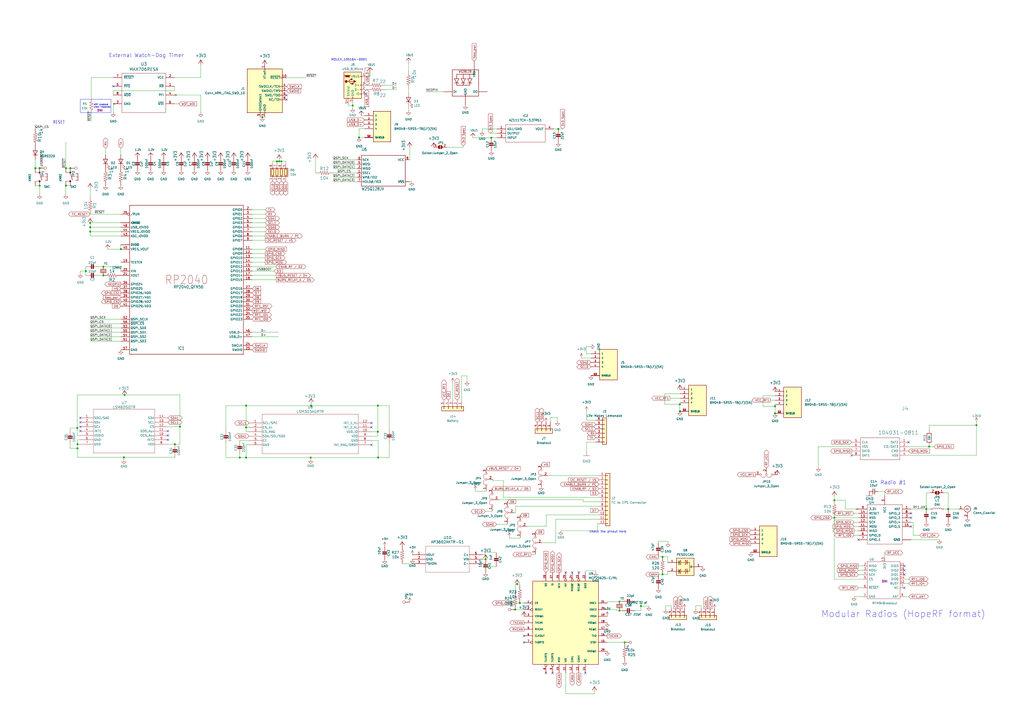
<source format=kicad_sch>
(kicad_sch (version 20230121) (generator eeschema)
  (paper "A2")
  (junction (at 281.7114 324.3834))
  (junction (at 44.958 257.683))
  (junction (at 20.447 97.536))
  (junction (at 384.3274 323.0372))
  (junction (at 298.8818 353.5934))
  (junction (at 180.467 235.331))
  (junction (at 180.213 265.43))
  (junction (at 22.987 107.696))
  (junction (at 394.3604 238.6076))
  (junction (at 449.58 235.712))
  (junction (at 550.037 295.275))
  (junction (at 142.748 235.331))
  (junction (at 219.202 250.444))
  (junction (at 449.6054 239.776))
  (junction (at 483.997 290.195))
  (junction (at 566.42 246.634))
  (junction (at 40.767 97.536))
  (junction (at 59.944 159.766))
  (junction (at 44.958 260.096))
  (junction (at 160.655 93.599))
  (junction (at 70.104 144.526))
  (junction (at 139.065 265.43))
  (junction (at 38.227 107.696))
  (junction (at 323.85 74.803))
  (junction (at 359.3592 354.203))
  (junction (at 52.324 134.366))
  (junction (at 219.329 265.43))
  (junction (at 359.3592 348.9706))
  (junction (at 142.748 247.904))
  (junction (at 362.331 372.6434))
  (junction (at 284.988 79.883))
  (junction (at 52.324 129.286))
  (junction (at 38.227 97.536))
  (junction (at 371.8052 351.5868))
  (junction (at 161.925 93.599))
  (junction (at 394.589 238.6076))
  (junction (at 142.748 265.43))
  (junction (at 483.997 300.355))
  (junction (at 394.589 238.633))
  (junction (at 44.831 248.285))
  (junction (at 59.944 154.686))
  (junction (at 394.3604 234.569))
  (junction (at 72.263 229.108))
  (junction (at 538.988 259.08))
  (junction (at 204.597 61.214))
  (junction (at 101.473 257.683))
  (junction (at 49.784 157.226))
  (junction (at 152.1714 67.945))
  (junction (at 22.987 97.536))
  (junction (at 219.202 235.331))
  (junction (at 301.5234 349.7834))
  (junction (at 104.394 247.523))
  (junction (at 163.195 93.599))
  (junction (at 384.3274 333.1972))
  (junction (at 208.28 79.756))
  (junction (at 299.9486 338.7852))
  (junction (at 537.337 295.275))
  (junction (at 71.882 265.303))
  (junction (at 52.324 131.826))
  (no_connect (at 303.9872 372.6434))
  (no_connect (at 528.447 300.355))
  (no_connect (at 524.637 328.295))
  (no_connect (at 331.9272 332.0034))
  (no_connect (at 65.659 50.038))
  (no_connect (at 46.609 244.983))
  (no_connect (at 166.243 57.785))
  (no_connect (at 524.637 330.835))
  (no_connect (at 497.967 313.055))
  (no_connect (at 339.5472 390.4234))
  (no_connect (at 316.6872 390.4234))
  (no_connect (at 524.637 340.995))
  (no_connect (at 528.447 305.435))
  (no_connect (at 528.447 297.815))
  (no_connect (at 494.03 264.16))
  (no_connect (at 320.4972 390.4234))
  (no_connect (at 303.9872 368.8334))
  (no_connect (at 166.243 55.245))
  (no_connect (at 212.217 54.483))
  (no_connect (at 97.409 255.143))
  (no_connect (at 527.05 256.54))
  (no_connect (at 215.519 258.064))
  (no_connect (at 524.637 333.375))
  (no_connect (at 46.609 250.063))
  (no_connect (at 352.2472 365.0234))
  (no_connect (at 215.519 245.364))
  (no_connect (at 335.7372 332.0034))
  (no_connect (at 46.609 247.523))
  (no_connect (at 97.409 252.603))
  (no_connect (at 328.1172 332.0034))
  (no_connect (at 215.519 247.904))
  (no_connect (at 97.409 250.063))
  (no_connect (at 46.609 242.443))
  (wire (pts (xy 223.52 49.403) (xy 229.997 49.403)))
  (wire (pts (xy 193.167 95.25) (xy 207.137 95.25)))
  (wire (pts (xy 394.589 238.633) (xy 394.589 238.6076)))
  (wire (pts (xy 139.065 263.398) (xy 139.065 265.43)))
  (wire (pts (xy 500.507 340.995) (xy 497.967 340.995)))
  (wire (pts (xy 225.806 249.047) (xy 225.806 235.331)))
  (wire (pts (xy 337.2104 207.6958) (xy 342.7984 207.6958)))
  (wire (pts (xy 497.967 305.435) (xy 495.427 305.435)))
  (wire (pts (xy 139.065 255.524) (xy 144.399 255.524)))
  (wire (pts (xy 70.104 85.979) (xy 70.104 89.789)))
  (wire (pts (xy 202.057 61.214) (xy 204.597 61.214)))
  (wire (pts (xy 340.0044 205.1558) (xy 340.0044 201.0918)))
  (wire (pts (xy 495.427 310.515) (xy 497.967 310.515)))
  (wire (pts (xy 52.324 197.866) (xy 70.104 197.866)))
  (wire (pts (xy 215.519 255.524) (xy 219.329 255.524)))
  (wire (pts (xy 406.8318 351.409) (xy 406.8318 353.1616)))
  (wire (pts (xy 359.3592 348.9706) (xy 352.2218 348.9706)))
  (wire (pts (xy 40.64 248.285) (xy 44.831 248.285)))
  (wire (pts (xy 547.497 285.877) (xy 550.037 285.877)))
  (wire (pts (xy 215.519 250.444) (xy 219.202 250.444)))
  (wire (pts (xy 213.36 49.403) (xy 212.217 49.403)))
  (wire (pts (xy 131.064 257.175) (xy 131.064 265.43)))
  (wire (pts (xy 295.4782 312.1406) (xy 301.7266 312.1406)))
  (wire (pts (xy 52.324 192.786) (xy 70.104 192.786)))
  (wire (pts (xy 180.213 265.43) (xy 180.213 266.446)))
  (wire (pts (xy 342.7984 205.1558) (xy 340.0044 205.1558)))
  (wire (pts (xy 340.233 256.413) (xy 340.233 261.747)))
  (wire (pts (xy 219.202 235.331) (xy 180.467 235.331)))
  (wire (pts (xy 62.484 144.526) (xy 70.104 144.526)))
  (wire (pts (xy 316.9412 298.704) (xy 347.472 298.704)))
  (wire (pts (xy 44.831 229.108) (xy 72.263 229.108)))
  (wire (pts (xy 146.304 149.606) (xy 153.924 149.606)))
  (wire (pts (xy 275.7424 284.3784) (xy 275.7424 284.9372)))
  (wire (pts (xy 394.462 234.569) (xy 394.3604 234.569)))
  (wire (pts (xy 442.595 235.712) (xy 449.58 235.712)))
  (wire (pts (xy 97.409 257.683) (xy 101.473 257.683)))
  (wire (pts (xy 142.748 235.331) (xy 142.748 247.904)))
  (wire (pts (xy 538.988 248.92) (xy 538.988 246.634)))
  (wire (pts (xy 449.58 229.616) (xy 442.595 229.616)))
  (wire (pts (xy 146.304 131.826) (xy 153.924 131.826)))
  (wire (pts (xy 139.065 255.778) (xy 139.065 255.524)))
  (wire (pts (xy 292.0238 278.7396) (xy 292.0238 288.544)))
  (wire (pts (xy 326.39 74.803) (xy 323.85 74.803)))
  (wire (pts (xy 38.227 82.296) (xy 38.227 97.536)))
  (wire (pts (xy 279.8826 324.3834) (xy 281.7114 324.3834)))
  (wire (pts (xy 65.659 60.198) (xy 65.659 65.278)))
  (wire (pts (xy 539.877 285.877) (xy 537.337 285.877)))
  (wire (pts (xy 281.7114 324.3834) (xy 281.7114 324.4088)))
  (wire (pts (xy 257.302 53.213) (xy 247.142 53.213)))
  (wire (pts (xy 550.037 295.275) (xy 556.133 295.275)))
  (wire (pts (xy 285.877 278.7396) (xy 292.0238 278.7396)))
  (wire (pts (xy 204.597 61.214) (xy 204.597 59.563)))
  (wire (pts (xy 328.1172 390.4234) (xy 328.1172 402.4376)))
  (wire (pts (xy 131.064 249.555) (xy 131.064 235.331)))
  (wire (pts (xy 403.606 351.409) (xy 406.8318 351.409)))
  (wire (pts (xy 385.572 234.569) (xy 394.3604 234.569)))
  (wire (pts (xy 483.997 300.355) (xy 483.997 335.915)))
  (wire (pts (xy 490.347 295.275) (xy 490.347 290.195)))
  (wire (pts (xy 328.1172 402.4376) (xy 344.8304 402.4376)))
  (wire (pts (xy 70.104 141.986) (xy 70.104 144.526)))
  (wire (pts (xy 529.717 302.895) (xy 529.717 310.515)))
  (wire (pts (xy 163.195 93.599) (xy 161.925 93.599)))
  (wire (pts (xy 165.735 93.599) (xy 163.195 93.599)))
  (wire (pts (xy 346.6592 307.8988) (xy 346.6592 303.784)))
  (wire (pts (xy 275.7424 284.9372) (xy 281.9908 284.9372)))
  (wire (pts (xy 287.8582 328.3966) (xy 287.8582 328.803)))
  (wire (pts (xy 314.4012 314.9092) (xy 322.3768 314.9092)))
  (wire (pts (xy 204.597 61.214) (xy 204.597 62.738)))
  (wire (pts (xy 146.304 147.066) (xy 153.924 147.066)))
  (wire (pts (xy 207.137 100.33) (xy 193.167 100.33)))
  (wire (pts (xy 219.202 250.444) (xy 219.202 235.331)))
  (wire (pts (xy 20.447 107.696) (xy 22.987 107.696)))
  (wire (pts (xy 281.3812 326.9234) (xy 281.3812 328.803)))
  (wire (pts (xy 209.55 67.056) (xy 209.55 66.929)))
  (wire (pts (xy 550.037 285.877) (xy 550.037 295.275)))
  (wire (pts (xy 345.5162 331.1398) (xy 339.5472 331.1398)))
  (wire (pts (xy 368.3 354.203) (xy 371.8052 354.203)))
  (wire (pts (xy 497.967 295.275) (xy 490.347 295.275)))
  (wire (pts (xy 225.806 235.331) (xy 219.202 235.331)))
  (wire (pts (xy 281.3558 320.4464) (xy 287.8582 320.4464)))
  (wire (pts (xy 285.877 278.765) (xy 285.877 278.7396)))
  (wire (pts (xy 160.655 93.599) (xy 160.655 94.869)))
  (wire (pts (xy 281.5082 296.672) (xy 285.4452 296.672)))
  (wire (pts (xy 281.3558 321.8434) (xy 281.3558 320.4464)))
  (wire (pts (xy 237.617 85.09) (xy 237.617 92.71)))
  (wire (pts (xy 233.3244 326.9234) (xy 239.2426 326.9234)))
  (wire (pts (xy 70.104 154.686) (xy 70.104 157.226)))
  (wire (pts (xy 513.207 320.675) (xy 513.207 323.215)))
  (wire (pts (xy 270.891 221.107) (xy 270.891 218.059)))
  (wire (pts (xy 298.8818 353.5934) (xy 303.9872 353.5934)))
  (wire (pts (xy 325.3232 307.8988) (xy 346.6592 307.8988)))
  (wire (pts (xy 146.304 129.286) (xy 153.924 129.286)))
  (wire (pts (xy 223.52 51.943) (xy 229.997 51.943)))
  (wire (pts (xy 538.988 246.634) (xy 566.42 246.634)))
  (wire (pts (xy 44.958 255.143) (xy 44.958 257.683)))
  (wire (pts (xy 322.3768 301.244) (xy 347.472 301.244)))
  (wire (pts (xy 301.5234 349.7834) (xy 303.9872 349.7834)))
  (wire (pts (xy 340.233 243.713) (xy 345.567 243.713)))
  (wire (pts (xy 158.115 93.599) (xy 158.115 94.869)))
  (wire (pts (xy 359.3592 348.8436) (xy 359.3592 348.9706)))
  (wire (pts (xy 371.8052 348.8436) (xy 371.8052 351.5868)))
  (wire (pts (xy 131.064 265.43) (xy 139.065 265.43)))
  (wire (pts (xy 483.997 300.355) (xy 497.967 300.355)))
  (wire (pts (xy 338.328 289.814) (xy 338.328 291.084)))
  (wire (pts (xy 259.207 85.344) (xy 268.732 85.344)))
  (wire (pts (xy 384.3274 333.1972) (xy 387.3246 333.1972)))
  (wire (pts (xy 183.007 91.948) (xy 183.007 100.33)))
  (wire (pts (xy 394.462 225.9076) (xy 394.3604 225.9076)))
  (wire (pts (xy 193.167 105.41) (xy 207.137 105.41)))
  (wire (pts (xy 279.8826 326.9234) (xy 281.3812 326.9234)))
  (wire (pts (xy 385.572 228.473) (xy 394.462 228.473)))
  (polyline (pts (xy 46.609 57.658) (xy 64.389 57.658)))
  (wire (pts (xy 116.459 55.118) (xy 116.459 65.278)))
  (wire (pts (xy 497.967 302.895) (xy 495.427 302.895)))
  (wire (pts (xy 44.958 257.683) (xy 46.609 257.683)))
  (wire (pts (xy 352.2218 349.7834) (xy 352.2472 349.7834)))
  (wire (pts (xy 153.924 124.206) (xy 146.304 124.206)))
  (wire (pts (xy 387.5024 313.944) (xy 387.5024 314.8076)))
  (wire (pts (xy 449.6054 235.712) (xy 449.6054 239.776)))
  (wire (pts (xy 236.982 51.435) (xy 236.982 53.975)))
  (polyline (pts (xy 46.609 65.278) (xy 46.609 57.658)))
  (wire (pts (xy 52.324 136.906) (xy 52.324 134.366)))
  (wire (pts (xy 116.459 44.958) (xy 116.459 37.338)))
  (wire (pts (xy 323.342 242.189) (xy 323.342 244.348)))
  (wire (pts (xy 381.8636 313.944) (xy 387.5024 313.944)))
  (wire (pts (xy 319.278 244.983) (xy 319.278 242.189)))
  (wire (pts (xy 70.104 131.826) (xy 52.324 131.826)))
  (wire (pts (xy 52.324 195.326) (xy 70.104 195.326)))
  (wire (pts (xy 219.329 255.524) (xy 219.329 265.43)))
  (wire (pts (xy 146.304 144.526) (xy 153.924 144.526)))
  (wire (pts (xy 384.3274 323.0372) (xy 387.3246 323.0372)))
  (wire (pts (xy 52.324 108.966) (xy 52.324 114.046)))
  (wire (pts (xy 236.982 61.595) (xy 236.982 64.135)))
  (wire (pts (xy 103.759 60.198) (xy 101.219 60.198)))
  (wire (pts (xy 166.243 45.085) (xy 177.673 45.085)))
  (wire (pts (xy 340.0044 201.0918) (xy 342.1634 201.0918)))
  (wire (pts (xy 347.472 288.544) (xy 292.0238 288.544)))
  (wire (pts (xy 319.278 242.189) (xy 323.342 242.189)))
  (wire (pts (xy 20.447 74.676) (xy 20.447 72.136)))
  (wire (pts (xy 360.68 348.8436) (xy 359.3592 348.8436)))
  (wire (pts (xy 22.987 97.536) (xy 20.447 97.536)))
  (wire (pts (xy 537.337 285.877) (xy 537.337 295.275)))
  (wire (pts (xy 394.462 233.553) (xy 394.462 234.569)))
  (wire (pts (xy 274.32 79.883) (xy 284.988 79.883)))
  (wire (pts (xy 59.944 154.686) (xy 57.404 154.686)))
  (wire (pts (xy 160.02 154.686) (xy 146.304 154.686)))
  (wire (pts (xy 339.5472 331.1398) (xy 339.5472 332.0034)))
  (wire (pts (xy 446.786 232.156) (xy 446.786 232.1306)))
  (wire (pts (xy 296.799 349.7834) (xy 301.5234 349.7834)))
  (wire (pts (xy 287.8582 320.4464) (xy 287.8582 320.7766)))
  (wire (pts (xy 294.3352 304.2158) (xy 294.3352 303.7078)))
  (wire (pts (xy 338.328 291.084) (xy 347.472 291.084)))
  (wire (pts (xy 513.207 285.115) (xy 509.397 285.115)))
  (wire (pts (xy 295.4782 311.5818) (xy 295.4782 312.1406)))
  (wire (pts (xy 44.958 257.683) (xy 44.958 260.096)))
  (wire (pts (xy 97.409 247.523) (xy 104.394 247.523)))
  (wire (pts (xy 116.459 44.958) (xy 101.219 44.958)))
  (wire (pts (xy 151.003 67.945) (xy 152.1714 67.945)))
  (wire (pts (xy 40.64 260.096) (xy 44.958 260.096)))
  (wire (pts (xy 359.3592 354.0506) (xy 359.3592 354.203)))
  (wire (pts (xy 385.572 228.473) (xy 385.572 234.569)))
  (wire (pts (xy 368.3 348.8436) (xy 371.8052 348.8436)))
  (wire (pts (xy 146.304 134.366) (xy 153.924 134.366)))
  (wire (pts (xy 104.394 257.683) (xy 104.394 247.523)))
  (wire (pts (xy 527.05 264.16) (xy 566.42 264.16)))
  (wire (pts (xy 65.659 44.958) (xy 52.959 44.958)))
  (wire (pts (xy 289.2552 289.814) (xy 338.328 289.814)))
  (wire (pts (xy 131.064 235.331) (xy 142.748 235.331)))
  (wire (pts (xy 146.304 126.746) (xy 153.924 126.746)))
  (wire (pts (xy 52.959 44.958) (xy 52.959 57.658)))
  (wire (pts (xy 345.567 256.413) (xy 340.233 256.413)))
  (wire (pts (xy 288.0868 304.2158) (xy 294.3352 304.2158)))
  (wire (pts (xy 381.8636 322.4276) (xy 381.8636 323.0372)))
  (wire (pts (xy 52.324 134.366) (xy 52.324 131.826)))
  (wire (pts (xy 44.958 265.303) (xy 71.882 265.303)))
  (wire (pts (xy 219.329 265.43) (xy 180.213 265.43)))
  (wire (pts (xy 394.462 225.933) (xy 394.462 225.9076)))
  (wire (pts (xy 208.28 74.676) (xy 208.28 79.756)))
  (wire (pts (xy 44.831 252.603) (xy 44.831 248.285)))
  (wire (pts (xy 284.48 77.343) (xy 288.29 77.343)))
  (wire (pts (xy 71.882 265.303) (xy 71.882 266.7)))
  (wire (pts (xy 305.5366 305.2826) (xy 316.9412 305.2826)))
  (wire (pts (xy 299.085 297.3578) (xy 299.085 293.624)))
  (wire (pts (xy 146.304 136.906) (xy 153.924 136.906)))
  (wire (pts (xy 146.304 159.766) (xy 160.274 159.766)))
  (wire (pts (xy 310.5912 321.6402) (xy 310.5912 321.2592)))
  (wire (pts (xy 285.8008 278.765) (xy 285.8008 278.0792)))
  (wire (pts (xy 279.654 76.073) (xy 279.654 74.803)))
  (wire (pts (xy 270.891 218.059) (xy 267.716 218.059)))
  (wire (pts (xy 281.9908 284.9372) (xy 281.9908 284.4292)))
  (wire (pts (xy 212.217 44.323) (xy 214.757 44.323)))
  (wire (pts (xy 528.447 313.055) (xy 544.957 313.055)))
  (wire (pts (xy 40.767 107.696) (xy 38.227 107.696)))
  (wire (pts (xy 388.62 231.013) (xy 394.462 231.013)))
  (wire (pts (xy 316.9412 305.2826) (xy 316.9412 298.704)))
  (wire (pts (xy 352.2472 353.5934) (xy 357.7844 353.5934)))
  (wire (pts (xy 298.8818 343.4334) (xy 298.8818 338.7852)))
  (wire (pts (xy 281.3812 328.803) (xy 287.8582 328.803)))
  (wire (pts (xy 207.137 102.87) (xy 193.167 102.87)))
  (wire (pts (xy 352.2472 372.6434) (xy 362.331 372.6434)))
  (wire (pts (xy 142.748 235.331) (xy 180.467 235.331)))
  (wire (pts (xy 527.177 346.075) (xy 524.637 346.075)))
  (wire (pts (xy 495.427 346.075) (xy 500.507 346.075)))
  (wire (pts (xy 225.806 256.667) (xy 225.806 265.43)))
  (wire (pts (xy 449.58 227.076) (xy 449.6054 227.076)))
  (wire (pts (xy 371.8052 351.5868) (xy 371.8052 354.203)))
  (wire (pts (xy 219.202 252.984) (xy 219.202 250.444)))
  (wire (pts (xy 104.394 247.523) (xy 104.394 229.108)))
  (wire (pts (xy 360.68 354.203) (xy 359.3592 354.203)))
  (wire (pts (xy 528.447 295.275) (xy 537.337 295.275)))
  (wire (pts (xy 101.473 265.303) (xy 71.882 265.303)))
  (wire (pts (xy 442.595 229.616) (xy 442.595 235.712)))
  (wire (pts (xy 494.03 259.08) (xy 474.726 259.08)))
  (wire (pts (xy 40.64 257.429) (xy 40.64 260.096)))
  (wire (pts (xy 497.967 307.975) (xy 495.427 307.975)))
  (wire (pts (xy 449.58 234.696) (xy 449.58 235.712)))
  (wire (pts (xy 46.609 255.143) (xy 44.958 255.143)))
  (wire (pts (xy 207.137 92.71) (xy 193.167 92.71)))
  (wire (pts (xy 262.636 221.869) (xy 262.636 232.029)))
  (wire (pts (xy 52.324 131.826) (xy 52.324 129.286)))
  (wire (pts (xy 46.609 252.603) (xy 44.831 252.603)))
  (wire (pts (xy 52.959 65.278) (xy 52.959 70.358)))
  (wire (pts (xy 144.399 258.064) (xy 142.748 258.064)))
  (wire (pts (xy 146.304 162.306) (xy 160.274 162.306)))
  (wire (pts (xy 268.732 84.582) (xy 268.732 85.344)))
  (polyline (pts (xy 64.389 65.278) (xy 46.609 65.278)))
  (polyline (pts (xy 64.389 57.658) (xy 64.389 65.278)))
  (wire (pts (xy 144.399 250.444) (xy 142.748 250.444)))
  (wire (pts (xy 279.8826 321.8434) (xy 281.3558 321.8434)))
  (wire (pts (xy 44.958 260.096) (xy 44.958 265.303)))
  (wire (pts (xy 38.227 97.536) (xy 40.767 97.536)))
  (wire (pts (xy 527.177 338.455) (xy 524.637 338.455)))
  (wire (pts (xy 490.347 290.195) (xy 483.997 290.195)))
  (wire (pts (xy 70.104 187.706) (xy 52.324 187.706)))
  (wire (pts (xy 500.507 328.295) (xy 497.967 328.295)))
  (wire (pts (xy 337.2104 207.5688) (xy 337.2104 207.6958)))
  (wire (pts (xy 70.104 129.286) (xy 52.324 129.286)))
  (wire (pts (xy 142.748 265.43) (xy 180.213 265.43)))
  (wire (pts (xy 387.3246 326.2884) (xy 387.3246 323.0372)))
  (wire (pts (xy 70.104 136.906) (xy 52.324 136.906)))
  (wire (pts (xy 44.831 248.285) (xy 44.831 229.108)))
  (wire (pts (xy 142.748 258.064) (xy 142.748 265.43)))
  (wire (pts (xy 101.219 55.118) (xy 116.459 55.118)))
  (wire (pts (xy 40.64 249.809) (xy 40.64 248.285)))
  (wire (pts (xy 70.104 185.166) (xy 52.324 185.166)))
  (wire (pts (xy 146.304 121.666) (xy 153.924 121.666)))
  (wire (pts (xy 165.735 94.869) (xy 165.735 93.599)))
  (wire (pts (xy 308.0004 321.6402) (xy 310.5912 321.6402)))
  (wire (pts (xy 104.394 229.108) (xy 72.263 229.108)))
  (wire (pts (xy 211.455 67.056) (xy 209.55 67.056)))
  (wire (pts (xy 381.8636 323.0372) (xy 384.3274 323.0372)))
  (wire (pts (xy 70.104 134.366) (xy 52.324 134.366)))
  (wire (pts (xy 284.988 79.883) (xy 288.29 79.883)))
  (wire (pts (xy 202.057 61.214) (xy 202.057 59.563)))
  (wire (pts (xy 101.219 52.578) (xy 101.219 50.038)))
  (wire (pts (xy 547.497 295.275) (xy 550.037 295.275)))
  (wire (pts (xy 381.9652 333.6798) (xy 381.9652 333.1972)))
  (wire (pts (xy 161.925 92.329) (xy 161.925 93.599)))
  (wire (pts (xy 527.177 335.915) (xy 524.637 335.915)))
  (wire (pts (xy 394.716 238.633) (xy 394.716 238.6076)))
  (wire (pts (xy 65.659 52.578) (xy 101.219 52.578)))
  (wire (pts (xy 389.4328 351.3074) (xy 389.4328 353.06)))
  (wire (pts (xy 214.757 44.323) (xy 214.757 41.783)))
  (wire (pts (xy 20.447 92.456) (xy 20.447 97.536)))
  (wire (pts (xy 215.519 252.984) (xy 219.202 252.984)))
  (wire (pts (xy 101.473 257.683) (xy 104.394 257.683)))
  (wire (pts (xy 529.717 310.515) (xy 533.527 310.515)))
  (wire (pts (xy 352.2218 348.9706) (xy 352.2218 349.7834)))
  (wire (pts (xy 394.589 238.633) (xy 394.716 238.633)))
  (wire (pts (xy 57.404 159.766) (xy 59.944 159.766)))
  (wire (pts (xy 207.137 97.79) (xy 193.167 97.79)))
  (wire (pts (xy 340.233 238.379) (xy 340.233 243.713)))
  (wire (pts (xy 446.786 232.1306) (xy 449.58 232.156)))
  (wire (pts (xy 208.28 79.756) (xy 211.455 79.756)))
  (wire (pts (xy 394.462 238.633) (xy 394.589 238.633)))
  (wire (pts (xy 483.997 335.915) (xy 500.507 335.915)))
  (wire (pts (xy 449.58 235.712) (xy 449.6054 235.712)))
  (wire (pts (xy 22.987 107.696) (xy 22.987 112.776)))
  (wire (pts (xy 497.967 297.815) (xy 495.427 297.815)))
  (wire (pts (xy 299.085 293.624) (xy 347.472 293.624)))
  (wire (pts (xy 322.3768 314.9092) (xy 322.3768 301.244)))
  (wire (pts (xy 394.589 238.6076) (xy 394.3604 238.6076)))
  (wire (pts (xy 70.104 124.206) (xy 52.324 124.206)))
  (wire (pts (xy 403.606 351.409) (xy 403.606 353.568)))
  (wire (pts (xy 142.748 250.444) (xy 142.748 247.904)))
  (wire (pts (xy 346.6592 303.784) (xy 347.472 303.784)))
  (wire (pts (xy 381.8636 314.8076) (xy 381.8636 313.944)))
  (wire (pts (xy 347.472 275.844) (xy 317.7286 275.844)))
  (wire (pts (xy 301.7266 312.1406) (xy 301.7266 311.6326)))
  (wire (pts (xy 160.655 93.599) (xy 158.115 93.599)))
  (wire (pts (xy 482.727 300.355) (xy 483.997 300.355)))
  (wire (pts (xy 49.784 157.226) (xy 49.784 159.766)))
  (wire (pts (xy 180.467 233.68) (xy 180.467 235.331)))
  (wire (pts (xy 500.507 330.835) (xy 497.967 330.835)))
  (wire (pts (xy 513.207 285.115) (xy 513.207 287.655)))
  (wire (pts (xy 225.806 265.43) (xy 219.329 265.43)))
  (wire (pts (xy 394.3604 234.569) (xy 394.3604 238.6076)))
  (wire (pts (xy 362.331 372.6434) (xy 362.331 373.4054)))
  (wire (pts (xy 52.324 190.246) (xy 70.104 190.246)))
  (wire (pts (xy 146.304 192.786) (xy 161.544 192.786)))
  (wire (pts (xy 357.7844 353.5934) (xy 357.7844 354.203)))
  (wire (pts (xy 386.207 351.3074) (xy 389.4328 351.3074)))
  (wire (pts (xy 566.42 246.634) (xy 566.42 264.16)))
  (wire (pts (xy 46.609 157.226) (xy 49.784 157.226)))
  (wire (pts (xy 285.8008 278.765) (xy 285.877 278.765)))
  (wire (pts (xy 237.617 105.41) (xy 238.887 105.41)))
  (wire (pts (xy 139.065 265.43) (xy 142.748 265.43)))
  (wire (pts (xy 152.1714 67.945) (xy 153.543 67.945)))
  (wire (pts (xy 381.9652 333.1972) (xy 384.3274 333.1972)))
  (wire (pts (xy 538.988 259.08) (xy 541.782 259.08)))
  (wire (pts (xy 345.5162 331.8256) (xy 345.5162 331.1398)))
  (wire (pts (xy 146.304 152.146) (xy 153.924 152.146)))
  (wire (pts (xy 65.659 55.118) (xy 65.659 52.578)))
  (wire (pts (xy 527.05 259.08) (xy 538.988 259.08)))
  (wire (pts (xy 146.304 157.226) (xy 159.004 157.226)))
  (wire (pts (xy 371.8052 351.5868) (xy 376.3772 351.5868)))
  (wire (pts (xy 213.36 51.943) (xy 212.217 51.943)))
  (wire (pts (xy 49.784 154.686) (xy 49.784 157.226)))
  (wire (pts (xy 46.609 158.75) (xy 46.609 157.226)))
  (wire (pts (xy 387.3246 331.3684) (xy 387.3246 333.1972)))
  (wire (pts (xy 279.654 74.803) (xy 288.29 74.803)))
  (wire (pts (xy 144.399 247.904) (xy 142.748 247.904)))
  (wire (pts (xy 500.507 333.375) (xy 497.967 333.375)))
  (wire (pts (xy 25.146 96.647) (xy 22.987 97.536)))
  (wire (pts (xy 566.42 244.856) (xy 566.42 246.634)))
  (wire (pts (xy 323.85 74.803) (xy 321.31 74.803)))
  (wire (pts (xy 236.982 41.275) (xy 236.982 36.195)))
  (wire (pts (xy 474.726 259.08) (xy 474.726 271.018)))
  (wire (pts (xy 299.9486 338.7852) (xy 301.5234 338.7852)))
  (wire (pts (xy 298.8818 338.7852) (xy 299.9486 338.7852)))
  (wire (pts (xy 146.304 139.446) (xy 153.924 139.446)))
  (wire (pts (xy 285.4452 296.164) (xy 285.4452 296.672)))
  (wire (pts (xy 211.455 74.676) (xy 208.28 74.676)))
  (wire (pts (xy 301.5234 338.7852) (xy 301.5234 339.6234)))
  (wire (pts (xy 38.227 112.776) (xy 38.227 107.696)))
  (wire (pts (xy 163.195 94.869) (xy 163.195 93.599)))
  (wire (pts (xy 344.8304 402.4376) (xy 344.8304 400.9644)))
  (wire (pts (xy 267.716 218.059) (xy 267.716 232.029)))
  (wire (pts (xy 483.997 290.195) (xy 483.997 287.655)))
  (wire (pts (xy 146.304 195.326) (xy 161.544 195.326)))
  (wire (pts (xy 528.447 302.895) (xy 529.717 302.895)))
  (wire (pts (xy 449.58 239.776) (xy 449.6054 239.776)))
  (wire (pts (xy 394.716 238.6076) (xy 394.589 238.6076)))
  (wire (pts (xy 59.944 154.686) (xy 70.104 154.686)))
  (wire (pts (xy 357.7844 354.203) (xy 359.3592 354.203)))
  (wire (pts (xy 298.1452 297.3578) (xy 299.085 297.3578)))
  (wire (pts (xy 61.214 85.979) (xy 61.214 89.789)))
  (wire (pts (xy 161.925 93.599) (xy 160.655 93.599)))
  (wire (pts (xy 537.337 295.275) (xy 539.877 295.275)))
  (wire (pts (xy 386.207 351.3074) (xy 386.207 353.4664)))
  (text "Radio #1" (at 510.667 281.305 0) (effects (font (size 2.159 2.159)) (justify left bottom)))
  (text "Modular Radios (HopeRF format)" (at 476.25 358.521 0) (effects (font (size 3.81 3.81)) (justify left bottom)))
  (text "MOLEX_105164-0001" (at 192.024 35.433 0) (effects (font (size 1.27 1.27)) (justify left bottom)))
  (text "check the pinout here\n" (at 341.884 309.245 0) (effects (font (size 1.27 1.27)) (justify left bottom)))
  (text "RESET" (at 30.607 72.136 0) (effects (font (size 1.778 1.5113)) (justify left bottom)))
  (text "WDT enabled\nwhen installed" (at 54.229 62.738 0) (effects (font (size 0.889 0.889)) (justify left bottom)))
  (text "External Watch-Dog Timer" (at 63.119 33.528 0) (effects (font (size 2.159 2.159)) (justify left bottom)))
  (label "QSPI_DATA[3]" (at 193.167 105.41 0) (effects (font (size 1.2446 1.2446))))
  (label "D+" (at 227.457 49.403 0) (effects (font (size 1.2446 1.2446))))
  (label "QSPI_DATA[3]" (at 52.324 197.866 0) (effects (font (size 1.2446 1.2446))))
  (label "QSPI_CS" (at 20.447 74.676 0) (effects (font (size 1.2446 1.2446))))
  (label "D-" (at 227.457 51.943 0) (effects (font (size 1.2446 1.2446))))
  (label "QSPI_DATA[2]" (at 52.324 195.326 0) (effects (font (size 1.2446 1.2446))))
  (label "QSPI_CS" (at 195.707 100.33 0) (effects (font (size 1.2446 1.2446))))
  (label "QSPI_DATA[0]" (at 52.324 190.246 0) (effects (font (size 1.2446 1.2446))))
  (label "QSPI_DATA[2]" (at 193.167 102.87 0) (effects (font (size 1.2446 1.2446))))
  (label "QSPI_DATA[1]" (at 52.324 192.786 0) (effects (font (size 1.2446 1.2446))))
  (label "NEOPIX" (at 247.142 53.213 0) (effects (font (size 1.2446 1.2446))))
  (label "QSPI_DATA[0]" (at 193.167 95.25 0) (effects (font (size 1.2446 1.2446))))
  (label "D-" (at 151.384 192.786 0) (effects (font (size 1.2446 1.2446))))
  (label "~{RESET}" (at 38.227 97.536 90) (effects (font (size 1.2446 1.2446))))
  (label "~{RESET}" (at 177.673 45.085 0) (effects (font (size 1.2446 1.2446))))
  (label "RF1_ANT" (at 529.717 295.275 0))
  (label "USBBOOT" (at 148.844 157.226 0) (effects (font (size 1.2446 1.2446))))
  (label "QSPI_SCK" (at 52.324 185.166 0) (effects (font (size 1.2446 1.2446))))
  (label "QSPI_DATA[1]" (at 193.167 97.79 0) (effects (font (size 1.2446 1.2446))))
  (label "QSPI_CS" (at 52.324 187.706 0) (effects (font (size 1.2446 1.2446))))
  (label "~{RESET}" (at 52.959 70.358 90) (effects (font (size 1.2446 1.2446))))
  (label "D+" (at 151.384 195.326 0) (effects (font (size 1.2446 1.2446))))
  (label "QSPI_SCK" (at 193.167 92.71 0) (effects (font (size 1.2446 1.2446))))
  (label "USBBOOT" (at 25.146 96.647 90) (effects (font (size 1.2446 1.2446))))
  (label "~{RESET}" (at 54.864 124.206 0) (effects (font (size 1.2446 1.2446))))
  (global_label "SDA0" (shape bidirectional) (at 342.7984 210.2358 180) (property "Intersheetrefs" "${INTERSHEET_REFS}" (effects hide)))
  (global_label "SPI0_MISO" (shape output) (at 494.03 261.62 180) (property "Intersheetrefs" "${INTERSHEET_REFS}" (effects hide)))
  (global_label "3v3 Spec" (shape input) (at 268.732 84.582 90) (property "Intersheetrefs" "${INTERSHEET_REFS}" (effects hide)))
  (global_label "3v3 Spec" (shape input) (at 284.48 77.343 90) (property "Intersheetrefs" "${INTERSHEET_REFS}" (effects hide)))
  (global_label "TX" (shape input) (at 345.567 253.873 180) (property "Intersheetrefs" "${INTERSHEET_REFS}" (effects hide)))
  (global_label "SCL1" (shape bidirectional) (at 144.399 245.364 180) (property "Intersheetrefs" "${INTERSHEET_REFS}" (effects hide)))
  (global_label "SCL0" (shape bidirectional) (at 281.5082 296.672 180) (property "Intersheetrefs" "${INTERSHEET_REFS}" (effects hide)))
  (global_label "SPI0_CS0" (shape bidirectional) (at 482.727 300.355 180) (property "Intersheetrefs" "${INTERSHEET_REFS}" (effects hide)))
  (global_label "SPI0_MISO" (shape input) (at 153.924 144.526 0) (property "Intersheetrefs" "${INTERSHEET_REFS}" (effects hide)))
  (global_label "SDA1" (shape bidirectional) (at 153.924 126.746 0) (property "Intersheetrefs" "${INTERSHEET_REFS}" (effects hide)))
  (global_label "SCL1" (shape bidirectional) (at 345.567 248.793 180) (property "Intersheetrefs" "${INTERSHEET_REFS}" (effects hide)))
  (global_label "BURN_RELAY_A {slash} D5" (shape output) (at 160.274 162.306 0) (property "Intersheetrefs" "${INTERSHEET_REFS}" (effects hide)))
  (global_label "RF1_IO0" (shape bidirectional) (at 527.177 335.915 0) (property "Intersheetrefs" "${INTERSHEET_REFS}" (effects hide)))
  (global_label "SWDIO" (shape input) (at 166.243 52.705 0) (property "Intersheetrefs" "${INTERSHEET_REFS}" (effects hide)))
  (global_label "CANH" (shape output) (at 411.9118 353.1616 90) (property "Intersheetrefs" "${INTERSHEET_REFS}" (effects hide)))
  (global_label "CANL" (shape output) (at 391.9728 353.06 90) (property "Intersheetrefs" "${INTERSHEET_REFS}" (effects hide)))
  (global_label "SPI0_MOSI" (shape input) (at 495.427 305.435 180) (property "Intersheetrefs" "${INTERSHEET_REFS}" (effects hide)))
  (global_label "SPI0_CS1" (shape input) (at 541.782 259.08 0) (property "Intersheetrefs" "${INTERSHEET_REFS}" (effects hide)))
  (global_label "D3" (shape input) (at 347.472 286.004 180) (property "Intersheetrefs" "${INTERSHEET_REFS}" (effects hide)))
  (global_label "I2C_RESET {slash} VS" (shape output) (at 153.924 139.446 0) (property "Intersheetrefs" "${INTERSHEET_REFS}" (effects hide)))
  (global_label "SCL0" (shape bidirectional) (at 153.924 134.366 0) (property "Intersheetrefs" "${INTERSHEET_REFS}" (effects hide)))
  (global_label "D7" (shape input) (at 146.304 169.926 0) (property "Intersheetrefs" "${INTERSHEET_REFS}" (effects hide)))
  (global_label "USB_D-" (shape input) (at 212.725 51.943 270) (property "Intersheetrefs" "${INTERSHEET_REFS}" (effects hide)))
  (global_label "D3" (shape input) (at 159.004 157.226 0) (property "Intersheetrefs" "${INTERSHEET_REFS}" (effects hide)))
  (global_label "SCL1" (shape bidirectional) (at 153.924 129.286 0) (property "Intersheetrefs" "${INTERSHEET_REFS}" (effects hide)))
  (global_label "RF1_IO4" (shape bidirectional) (at 533.527 310.515 0) (property "Intersheetrefs" "${INTERSHEET_REFS}" (effects hide)))
  (global_label "RF1_RST" (shape bidirectional) (at 497.967 340.995 180) (property "Intersheetrefs" "${INTERSHEET_REFS}" (effects hide)))
  (global_label "GND" (shape bidirectional) (at 101.219 55.118 0) (effects (font (size 0.254 0.254))) (property "Intersheetrefs" "${INTERSHEET_REFS}" (effects hide)))
  (global_label "TX" (shape bidirectional) (at 70.104 85.979 90) (property "Intersheetrefs" "${INTERSHEET_REFS}" (effects hide)))
  (global_label "SPI0_CS2" (shape output) (at 296.799 349.7834 180) (property "Intersheetrefs" "${INTERSHEET_REFS}" (effects hide)))
  (global_label "CANL" (shape output) (at 331.9272 390.4234 270) (property "Intersheetrefs" "${INTERSHEET_REFS}" (effects hide)))
  (global_label "RXCAN" (shape output) (at 324.3072 390.4234 270) (property "Intersheetrefs" "${INTERSHEET_REFS}" (effects hide)))
  (global_label "VBUS_RESET {slash} D4" (shape output) (at 160.274 159.766 0) (property "Intersheetrefs" "${INTERSHEET_REFS}" (effects hide)))
  (global_label "RF1_RST" (shape bidirectional) (at 146.304 177.546 0) (property "Intersheetrefs" "${INTERSHEET_REFS}" (effects hide)))
  (global_label "TXCAN" (shape output) (at 352.2472 368.8334 0) (property "Intersheetrefs" "${INTERSHEET_REFS}" (effects hide)))
  (global_label "RF_VCC" (shape bidirectional) (at 513.207 320.675 0) (property "Intersheetrefs" "${INTERSHEET_REFS}" (effects hide)))
  (global_label "3v3 Spec" (shape input) (at 326.39 74.803 90) (property "Intersheetrefs" "${INTERSHEET_REFS}" (effects hide)))
  (global_label "HS" (shape input) (at 70.104 167.386 180) (property "Intersheetrefs" "${INTERSHEET_REFS}" (effects hide)))
  (global_label "SPI0_MISO" (shape output) (at 495.427 307.975 180) (property "Intersheetrefs" "${INTERSHEET_REFS}" (effects hide)))
  (global_label "SPI0_MOSI" (shape output) (at 153.924 152.146 0) (property "Intersheetrefs" "${INTERSHEET_REFS}" (effects hide)))
  (global_label "D9" (shape input) (at 146.304 175.006 0) (property "Intersheetrefs" "${INTERSHEET_REFS}" (effects hide)))
  (global_label "RF1_IO0" (shape bidirectional) (at 495.427 310.515 180) (property "Intersheetrefs" "${INTERSHEET_REFS}" (effects hide)))
  (global_label "USB_D+" (shape input) (at 212.979 49.403 90) (property "Intersheetrefs" "${INTERSHEET_REFS}" (effects hide)))
  (global_label "SCL1" (shape bidirectional) (at 163.195 105.029 270) (property "Intersheetrefs" "${INTERSHEET_REFS}" (effects hide)))
  (global_label "SWCLK" (shape input) (at 166.243 50.165 0) (property "Intersheetrefs" "${INTERSHEET_REFS}" (effects hide)))
  (global_label "SDA0" (shape bidirectional) (at 160.655 105.029 270) (property "Intersheetrefs" "${INTERSHEET_REFS}" (effects hide)))
  (global_label "ENAB_RF {slash} D2" (shape input) (at 347.472 283.464 180) (property "Intersheetrefs" "${INTERSHEET_REFS}" (effects hide)))
  (global_label "SDA1" (shape bidirectional) (at 97.409 242.443 0) (property "Intersheetrefs" "${INTERSHEET_REFS}" (effects hide)))
  (global_label "SDA1" (shape bidirectional) (at 314.198 244.983 90) (property "Intersheetrefs" "${INTERSHEET_REFS}" (effects hide)))
  (global_label "SPI0_SCK" (shape input) (at 494.03 256.54 180) (property "Intersheetrefs" "${INTERSHEET_REFS}" (effects hide)))
  (global_label "VCC_RF1" (shape output) (at 446.786 232.156 180) (property "Intersheetrefs" "${INTERSHEET_REFS}" (effects hide)))
  (global_label "WDT_WDI" (shape output) (at 146.304 180.086 0) (property "Intersheetrefs" "${INTERSHEET_REFS}" (effects hide)))
  (global_label "SCL1" (shape bidirectional) (at 311.658 244.983 90) (property "Intersheetrefs" "${INTERSHEET_REFS}" (effects hide)))
  (global_label "D6" (shape input) (at 294.3352 291.0078 0) (property "Intersheetrefs" "${INTERSHEET_REFS}" (effects hide)))
  (global_label "TXCAN" (shape output) (at 303.9872 361.2134 180) (property "Intersheetrefs" "${INTERSHEET_REFS}" (effects hide)))
  (global_label "RX" (shape bidirectional) (at 153.924 124.206 0) (property "Intersheetrefs" "${INTERSHEET_REFS}" (effects hide)))
  (global_label "SPI0_SCK" (shape input) (at 435.5084 310.1848 180) (property "Intersheetrefs" "${INTERSHEET_REFS}" (effects hide)))
  (global_label "ENABLE_BURN {slash} PC" (shape bidirectional) (at 347.472 280.924 180) (property "Intersheetrefs" "${INTERSHEET_REFS}" (effects hide)))
  (global_label "VCC_RF1" (shape output) (at 308.0004 321.6402 180) (property "Intersheetrefs" "${INTERSHEET_REFS}" (effects hide)))
  (global_label "CANH" (shape output) (at 335.7372 390.4234 270) (property "Intersheetrefs" "${INTERSHEET_REFS}" (effects hide)))
  (global_label "FC_RESET" (shape bidirectional) (at 265.176 232.029 90) (property "Intersheetrefs" "${INTERSHEET_REFS}" (effects hide)))
  (global_label "SCL0" (shape bidirectional) (at 342.7984 212.7758 180) (property "Intersheetrefs" "${INTERSHEET_REFS}" (effects hide)))
  (global_label "USB_D+" (shape input) (at 211.455 72.136 180) (property "Intersheetrefs" "${INTERSHEET_REFS}" (effects hide)))
  (global_label "SCL1" (shape bidirectional) (at 97.409 244.983 0) (property "Intersheetrefs" "${INTERSHEET_REFS}" (effects hide)))
  (global_label "SPI0_SCK" (shape output) (at 324.3072 332.0034 90) (property "Intersheetrefs" "${INTERSHEET_REFS}" (effects hide)))
  (global_label "ENAB_RF {slash} D2" (shape bidirectional) (at 160.02 154.686 0) (property "Intersheetrefs" "${INTERSHEET_REFS}" (effects hide)))
  (global_label "SPI0_CS0" (shape bidirectional) (at 435.5084 307.6448 180) (property "Intersheetrefs" "${INTERSHEET_REFS}" (effects hide)))
  (global_label "SPI0_CS0" (shape output) (at 153.924 147.066 0) (property "Intersheetrefs" "${INTERSHEET_REFS}" (effects hide)))
  (global_label "SCL0" (shape bidirectional) (at 158.115 105.029 270) (property "Intersheetrefs" "${INTERSHEET_REFS}" (effects hide)))
  (global_label "SPI0_MOSI" (shape output) (at 320.4972 332.0034 90) (property "Intersheetrefs" "${INTERSHEET_REFS}" (effects hide)))
  (global_label "BURN_RELAY_A {slash} D5" (shape input) (at 285.4452 283.464 0) (property "Intersheetrefs" "${INTERSHEET_REFS}" (effects hide)))
  (global_label "NEOPIX" (shape output) (at 70.104 164.846 180) (property "Intersheetrefs" "${INTERSHEET_REFS}" (effects hide)))
  (global_label "SPI0_MOSI" (shape input) (at 435.5084 312.7248 180) (property "Intersheetrefs" "${INTERSHEET_REFS}" (effects hide)))
  (global_label "D9" (shape input) (at 310.5912 308.5592 0) (property "Intersheetrefs" "${INTERSHEET_REFS}" (effects hide)))
  (global_label "VBUS_RESET {slash} D4" (shape input) (at 281.9908 271.7292 0) (property "Intersheetrefs" "${INTERSHEET_REFS}" (effects hide)))
  (global_label "SDA1" (shape bidirectional) (at 345.567 246.253 180) (property "Intersheetrefs" "${INTERSHEET_REFS}" (effects hide)))
  (global_label "I2C_RESET {slash} VS" (shape input) (at 347.472 278.384 180) (property "Intersheetrefs" "${INTERSHEET_REFS}" (effects hide)))
  (global_label "TX" (shape bidirectional) (at 153.924 121.666 0) (property "Intersheetrefs" "${INTERSHEET_REFS}" (effects hide)))
  (global_label "RF1_RST" (shape bidirectional) (at 495.427 297.815 180) (property "Intersheetrefs" "${INTERSHEET_REFS}" (effects hide)))
  (global_label "SPI0_MISO" (shape output) (at 497.967 328.295 180) (property "Intersheetrefs" "${INTERSHEET_REFS}" (effects hide)))
  (global_label "SDA1" (shape bidirectional) (at 144.399 252.984 180) (property "Intersheetrefs" "${INTERSHEET_REFS}" (effects hide)))
  (global_label "SPI0_SCK" (shape output) (at 153.924 149.606 0) (property "Intersheetrefs" "${INTERSHEET_REFS}" (effects hide)))
  (global_label "RF1_IO4" (shape bidirectional) (at 527.177 338.455 0) (property "Intersheetrefs" "${INTERSHEET_REFS}" (effects hide)))
  (global_label "D8" (shape input) (at 301.7266 298.9326 0) (property "Intersheetrefs" "${INTERSHEET_REFS}" (effects hide)))
  (global_label "RX" (shape bidirectional) (at 61.214 85.979 90) (property "Intersheetrefs" "${INTERSHEET_REFS}" (effects hide)))
  (global_label "CANL" (shape output) (at 381.8636 323.0118 180) (property "Intersheetrefs" "${INTERSHEET_REFS}" (effects hide)))
  (global_label "CANH" (shape output) (at 394.5128 353.06 90) (property "Intersheetrefs" "${INTERSHEET_REFS}" (effects hide)))
  (global_label "VCC_RF1" (shape output) (at 388.62 231.013 180) (property "Intersheetrefs" "${INTERSHEET_REFS}" (effects hide)))
  (global_label "WDT_WDI" (shape input) (at 103.759 60.198 0) (property "Intersheetrefs" "${INTERSHEET_REFS}" (effects hide)))
  (global_label "SPI0_SCK" (shape input) (at 497.967 333.375 180) (property "Intersheetrefs" "${INTERSHEET_REFS}" (effects hide)))
  (global_label "Neo_pwr" (shape input) (at 70.104 172.466 180) (property "Intersheetrefs" "${INTERSHEET_REFS}" (effects hide)))
  (global_label "SPI0_SCK" (shape input) (at 495.427 302.895 180) (property "Intersheetrefs" "${INTERSHEET_REFS}" (effects hide)))
  (global_label "VCC_RF1" (shape bidirectional) (at 257.556 232.029 90) (property "Intersheetrefs" "${INTERSHEET_REFS}" (effects hide)))
  (global_label "SWDIO" (shape input) (at 146.304 202.946 0) (property "Intersheetrefs" "${INTERSHEET_REFS}" (effects hide)))
  (global_label "RF_VCC" (shape bidirectional) (at 513.207 285.115 0) (property "Intersheetrefs" "${INTERSHEET_REFS}" (effects hide)))
  (global_label "RX" (shape output) (at 345.567 251.333 180) (property "Intersheetrefs" "${INTERSHEET_REFS}" (effects hide)))
  (global_label "RXCAN" (shape output) (at 303.9872 365.0234 180) (property "Intersheetrefs" "${INTERSHEET_REFS}" (effects hide)))
  (global_label "SPI0_CS1" (shape output) (at 70.104 169.926 180) (property "Intersheetrefs" "${INTERSHEET_REFS}" (effects hide)))
  (global_label "D7" (shape input) (at 347.472 296.164 180) (property "Intersheetrefs" "${INTERSHEET_REFS}" (effects hide)))
  (global_label "ENABLE_BURN {slash} PC" (shape output) (at 153.924 136.906 0) (property "Intersheetrefs" "${INTERSHEET_REFS}" (effects hide)))
  (global_label "SDA0" (shape bidirectional) (at 288.0868 304.2158 180) (property "Intersheetrefs" "${INTERSHEET_REFS}" (effects hide)))
  (global_label "GND" (shape bidirectional) (at 65.659 60.198 0) (effects (font (size 0.254 0.254))) (property "Intersheetrefs" "${INTERSHEET_REFS}" (effects hide)))
  (global_label "HS" (shape input) (at 313.9186 269.494 0) (property "Intersheetrefs" "${INTERSHEET_REFS}" (effects hide)))
  (global_label "SWCLK" (shape input) (at 146.304 200.406 0) (property "Intersheetrefs" "${INTERSHEET_REFS}" (effects hide)))
  (global_label "SPI0_MISO" (shape output) (at 435.5084 315.2648 180) (property "Intersheetrefs" "${INTERSHEET_REFS}" (effects hide)))
  (global_label "USB_D-" (shape input) (at 211.455 69.596 180) (property "Intersheetrefs" "${INTERSHEET_REFS}" (effects hide)))
  (global_label "CANL" (shape output) (at 409.3718 353.1616 90) (property "Intersheetrefs" "${INTERSHEET_REFS}" (effects hide)))
  (global_label "SDA0" (shape bidirectional) (at 153.924 131.826 0) (property "Intersheetrefs" "${INTERSHEET_REFS}" (effects hide)))
  (global_label "D8" (shape input) (at 146.304 172.466 0) (property "Intersheetrefs" "${INTERSHEET_REFS}" (effects hide)))
  (global_label "3.3V" (shape bidirectional) (at 497.967 295.275 180) (effects (font (size 0.254 0.254))) (property "Intersheetrefs" "${INTERSHEET_REFS}" (effects hide)))
  (global_label "Neo_pwr" (shape input) (at 275.082 35.433 90) (property "Intersheetrefs" "${INTERSHEET_REFS}" (effects hide)))
  (global_label "SDA1" (shape bidirectional) (at 165.735 105.029 270) (property "Intersheetrefs" "${INTERSHEET_REFS}" (effects hide)))
  (global_label "FC_RESET" (shape bidirectional) (at 52.324 124.206 180) (property "Intersheetrefs" "${INTERSHEET_REFS}" (effects hide)))
  (global_label "RF1_IO4" (shape bidirectional) (at 146.304 182.626 0) (property "Intersheetrefs" "${INTERSHEET_REFS}" (effects hide)))
  (global_label "D6" (shape input) (at 146.304 167.386 0) (property "Intersheetrefs" "${INTERSHEET_REFS}" (effects hide)))
  (global_label "SPI0_MOSI" (shape input) (at 497.967 330.835 180) (property "Intersheetrefs" "${INTERSHEET_REFS}" (effects hide)))
  (global_label "SPI0_MISO" (shape input) (at 316.6872 332.0034 90) (property "Intersheetrefs" "${INTERSHEET_REFS}" (effects hide)))
  (global_label "RF1_IO0" (shape bidirectional) (at 146.304 185.166 0) (property "Intersheetrefs" "${INTERSHEET_REFS}" (effects hide)))
  (global_label "RF1_ANT" (shape bidirectional) (at 527.177 346.075 0) (property "Intersheetrefs" "${INTERSHEET_REFS}" (effects hide)))
  (global_label "D0" (shape input) (at 260.096 232.029 90) (property "Intersheetrefs" "${INTERSHEET_REFS}" (effects hide)))
  (global_label "CANH" (shape output) (at 381.9652 333.1972 180) (property "Intersheetrefs" "${INTERSHEET_REFS}" (effects hide)))
  (global_label "SPI0_MOSI" (shape input) (at 527.05 261.62 0) (property "Intersheetrefs" "${INTERSHEET_REFS}" (effects hide)))
  (global_label "SPI0_CS2" (shape output) (at 70.104 175.006 180) (property "Intersheetrefs" "${INTERSHEET_REFS}" (effects hide)))
  (global_label "RF_VCC" (shape bidirectional) (at 444.5508 271.526 90) (property "Intersheetrefs" "${INTERSHEET_REFS}" (effects hide)))
  (global_label "D0" (shape input) (at 70.104 177.546 180) (property "Intersheetrefs" "${INTERSHEET_REFS}" (effects hide)))
  (global_label "VCC_RF1" (shape output) (at 438.2008 275.336 180) (property "Intersheetrefs" "${INTERSHEET_REFS}" (effects hide)))
  (symbol (lib_id "mainboard:RESISTOR0603") (at 61.214 102.489 270) (unit 1)
    (property "Reference" "R3" (at 62.738 102.489 0) (effects (font (size 1.778 1.778)) (justify bottom)))
    (property "Value" "1k" (at 65.6336 98.8314 0) (effects (font (size 1.778 1.778)) (justify top)))
    (property "Footprint" "Resistor_SMD:R_0603_1608Metric" (effects hide))
    (property "Description" "100K 0603" (effects hide))
  )
  (symbol (lib_id "LSM6DSOTR:LSM6DSOTR") (at 46.609 242.443 0) (unit 1)
    (property "Reference" "U7" (at 72.009 233.68 0) (effects (font (size 1.524 1.524))))
    (property "Value" "LSM6DSOTR" (at 72.009 236.22 0) (effects (font (size 1.524 1.524))))
    (property "Footprint" "Package_LGA:LGA-14_3x2.5mm_P0.5mm_LayoutBorder3x4y" (effects hide))
    (property "Datasheet" "LSM6DSOTR" (effects hide))
  )
  (symbol (lib_id "mainboard:10KOHM-1_10W-1%(0603)0603") (at 483.997 295.275 270) (unit 1)
    (property "Reference" "R13" (at 482.2698 293.9288 90) (effects (font (size 1.4986 1.4986)) (justify right)))
    (property "Value" "10k" (at 482.2698 296.5958 90) (effects (font (size 1.4986 1.4986)) (justify right)))
    (property "Footprint" "Resistor_SMD:R_0603_1608Metric" (effects hide))
    (property "Description" "10k 0603" (effects hide))
  )
  (symbol (lib_id "Device:C_Small") (at 506.857 285.115 90) (unit 1)
    (property "Reference" "C14" (at 506.857 279.2984 90))
    (property "Value" "10uF" (at 506.857 281.6098 90))
    (property "Footprint" "Capacitor_SMD:C_0603_1608Metric" (effects hide))
    (property "Description" "10uF +-20% 10V X5R" (effects hide))
  )
  (symbol (lib_id "power:GND") (at 561.213 300.355 0) (unit 1)
    (property "Reference" "#PWR047" (effects hide))
    (property "Value" "GND" (at 561.213 304.7984 0))
  )
  (symbol (lib_id "Molex_SD:104031-0811") (at 527.05 256.54 0) (mirror y) (unit 1)
    (property "Reference" "J4" (at 527.05 238.1758 0) (effects (font (size 2.159 2.159)) (justify left bottom)))
    (property "Value" "104031-0811" (at 532.892 252.222 0) (effects (font (size 2.159 2.159)) (justify left bottom)))
    (property "Footprint" "Connector_Card:microSD_HC_Molex_104031-0811" (effects hide))
    (property "Datasheet" "http://www.molex.com/webdocs/datasheets/pdf/en-us/1040310811_MEMORY_CARD_SOCKET.pdf" (effects hide))
    (property "Description" "microSD 1.10mm SMT push-pull memory card microSD 1.10mm SMT push-pull memory card" (effects hide))
    (property "Flight" "5031821852" (effects hide))
    (property "Manufacturer_Name" "Molex" (effects hide))
    (property "Manufacturer_Part_Number" "104031-0811" (effects hide))
    (property "Proto" "5031821852" (effects hide))
    (property "Mouser Part Number" "538-104031-0811" (effects hide))
    (property "Mouser Price/Stock" "https://www.mouser.co.uk/ProductDetail/Molex/104031-0811?qs=udsGRKD4nA3Tvy7wqky%252BuA%3D%3D" (effects hide))
  )
  (symbol (lib_id "Adafruit ItsyBitsy RP2040-eagle-import:SWITCH_TACT_SMT4.6X2.8") (at 40.767 102.616 270) (unit 1)
    (property "Reference" "SW2" (at 40.767 108.966 90) (effects (font (size 1.27 1.0795)) (justify left bottom)))
    (property "Value" "KMR2" (at 34.417 100.711 0) (effects (font (size 1.27 1.0795)) (justify left bottom)))
    (property "Footprint" "FC_DEV_BOARD:BTN_KMR2_4.6X2.8" (effects hide))
  )
  (symbol (lib_id "Adafruit ItsyBitsy RP2040-eagle-import:+3V3") (at 143.764 88.646 0) (unit 1)
    (property "Reference" "#+3V08" (effects hide))
    (property "Value" "+3V3" (at 141.224 93.726 90) (effects (font (size 1.778 1.5113)) (justify left bottom)))
    (property "Footprint" "Adafruit ItsyBitsy RP2040:" (effects hide))
  )
  (symbol (lib_id "power:GND") (at 544.957 313.055 0) (unit 1)
    (property "Reference" "#PWR044" (effects hide))
    (property "Value" "GND" (at 544.957 317.4984 0))
  )
  (symbol (lib_id "Adafruit ItsyBitsy RP2040-eagle-import:SWITCH_TACT_SMT4.6X2.8") (at 22.987 102.616 270) (unit 1)
    (property "Reference" "SW1" (at 25.527 108.966 90) (effects (font (size 1.27 1.0795)) (justify left bottom)))
    (property "Value" "KMR2" (at 16.637 100.711 0) (effects (font (size 1.27 1.0795)) (justify left bottom)))
    (property "Footprint" "FC_DEV_BOARD:BTN_KMR2_4.6X2.8" (effects hide))
  )
  (symbol (lib_id "Adafruit ItsyBitsy RP2040-eagle-import:+3V3") (at 237.617 82.55 0) (unit 1)
    (property "Reference" "#+3V015" (effects hide))
    (property "Value" "+3V3" (at 235.077 87.63 90) (effects (font (size 1.778 1.5113)) (justify left bottom)))
    (property "Footprint" "Adafruit ItsyBitsy RP2040:" (effects hide))
  )
  (symbol (lib_id "Adafruit ItsyBitsy RP2040-eagle-import:VBUS") (at 236.982 33.655 0) (unit 1)
    (property "Reference" "#U$07" (effects hide))
    (property "Value" "VBUS" (at 235.458 32.639 0) (effects (font (size 1.27 1.0795)) (justify left bottom)))
    (property "Footprint" "Adafruit ItsyBitsy RP2040:" (effects hide))
  )
  (symbol (lib_id "Device:LED") (at 70.104 93.599 90) (unit 1)
    (property "Reference" "D1" (at 73.152 94.5515 90) (effects (justify right)))
    (property "Value" "LED" (at 73.152 97.0915 90) (effects (justify right)))
    (property "Footprint" "LED_SMD:LED_0603_1608Metric" (effects hide))
  )
  (symbol (lib_id "power:GND") (at 386.207 353.4664 0) (unit 1)
    (property "Reference" "#PWR034" (effects hide))
    (property "Value" "GND" (at 386.207 358.5464 0))
  )
  (symbol (lib_id "Adafruit ItsyBitsy RP2040-eagle-import:CAP_CERAMIC_0402NO") (at 537.337 300.355 0) (unit 1)
    (property "Reference" "C15" (at 539.877 297.8149 0) (effects (justify left)))
    (property "Value" "DNI" (at 539.877 300.3549 0) (effects (justify left)))
    (property "Footprint" "Capacitor_SMD:C_0603_1608Metric" (effects hide))
  )
  (symbol (lib_id "Adafruit ItsyBitsy RP2040-eagle-import:CAP_CERAMIC_0402NO") (at 143.764 96.266 0) (unit 1)
    (property "Reference" "C11" (at 141.474 95.016 90))
    (property "Value" "100nf" (at 146.064 95.016 90))
    (property "Footprint" "Capacitor_SMD:C_0402_1005Metric" (effects hide))
  )
  (symbol (lib_id "mainboard:RESISTOR0603") (at 188.087 100.33 0) (unit 1)
    (property "Reference" "R12" (at 188.087 98.806 0) (effects (font (size 1.778 1.778)) (justify bottom)))
    (property "Value" "10k" (at 188.087 102.235 0) (effects (font (size 1.778 1.778)) (justify top)))
    (property "Footprint" "Resistor_SMD:R_0603_1608Metric" (effects hide))
    (property "Description" "100K 0603" (effects hide))
  )
  (symbol (lib_id "Adafruit ItsyBitsy RP2040-eagle-import:CAP_CERAMIC_0402NO") (at 139.065 260.858 0) (unit 1)
    (property "Reference" "C31" (at 136.775 259.608 90))
    (property "Value" "220nf" (at 141.365 259.608 90))
    (property "Footprint" "Capacitor_SMD:C_0402_1005Metric" (effects hide))
  )
  (symbol (lib_id "power:GND") (at 345.5162 331.8256 0) (unit 1)
    (property "Reference" "#PWR068" (effects hide))
    (property "Value" "GND" (at 345.5162 336.9056 0))
  )
  (symbol (lib_id "power:+3V3") (at 295.4782 311.5818 0) (unit 1)
    (property "Reference" "#PWR031" (effects hide))
    (property "Value" "+3V3" (at 295.4782 308.006 0))
  )
  (symbol (lib_id "Adafruit ItsyBitsy RP2040-eagle-import:+3V3") (at 120.396 88.646 0) (unit 1)
    (property "Reference" "#+3V05" (effects hide))
    (property "Value" "+3V3" (at 117.856 93.726 90) (effects (font (size 1.778 1.5113)) (justify left bottom)))
    (property "Footprint" "Adafruit ItsyBitsy RP2040:" (effects hide))
  )
  (symbol (lib_id "Connector:TestPoint") (at 40.767 97.536 270) (unit 1)
    (property "Reference" "TP2" (at 42.5958 99.0092 0) (effects (justify left)))
    (property "Value" "RESET" (effects hide))
    (property "Footprint" "TestPoint:TestPoint_Loop_D1.80mm_Drill1.0mm_Beaded" (effects hide))
  )
  (symbol (lib_id "Jumper:Jumper_3_Open") (at 301.7266 305.2826 90) (unit 1)
    (property "Reference" "JP5" (at 299.0088 304.6476 90) (effects (justify left)))
    (property "Value" "Jumper_3_Open" (at 299.0088 307.1876 90) (effects (justify left)))
    (property "Footprint" "Jumper:SolderJumper-3_P1.3mm_Open_RoundedPad1.0x1.5mm_NumberLabels" (effects hide))
  )
  (symbol (lib_id "Adafruit ItsyBitsy RP2040-eagle-import:RP2040_QFN56") (at 108.204 162.306 0) (unit 1)
    (property "Reference" "IC1" (at 103.124 202.946 0) (effects (font (size 1.778 1.5113)) (justify left bottom)))
    (property "Value" "RP2040_QFN56" (at 100.584 167.386 0) (effects (font (size 1.778 1.5113)) (justify left bottom)))
    (property "Footprint" "Package_DFN_QFN:QFN-56-1EP_7x7mm_P0.4mm_EP3.2x3.2mm_ThermalVias" (effects hide))
  )
  (symbol (lib_id "Jumper:Jumper_3_Open") (at 281.9908 278.0792 90) (unit 1)
    (property "Reference" "JP4" (at 279.273 277.4442 90) (effects (justify left)))
    (property "Value" "Jumper_3_Open" (at 279.273 279.9842 90) (effects (justify left)))
    (property "Footprint" "Jumper:SolderJumper-3_P1.3mm_Open_RoundedPad1.0x1.5mm_NumberLabels" (effects hide))
  )
  (symbol (lib_id "Adafruit ItsyBitsy RP2040-eagle-import:+3V3") (at 281.7114 321.8434 0) (unit 1)
    (property "Reference" "#+3V028" (effects hide))
    (property "Value" "+3V3" (at 281.7114 319.3034 0) (effects (font (size 1.778 1.5113))))
    (property "Footprint" "Adafruit ItsyBitsy RP2040:" (effects hide))
  )
  (symbol (lib_id "power:GND") (at 238.887 105.41 0) (unit 1)
    (property "Reference" "#PWR049" (effects hide))
    (property "Value" "GND" (at 238.887 109.8534 0))
  )
  (symbol (lib_id "power:GND") (at 65.659 65.278 0) (unit 1)
    (property "Reference" "#PWR013" (effects hide))
    (property "Value" "GND" (at 65.659 70.358 0))
  )
  (symbol (lib_id "Adafruit Ethernet FeatherWing-eagle-import:CAP_CERAMIC0603_NO") (at 365.76 354.203 90) (unit 1)
    (property "Reference" "C37" (at 364.51 356.493 90))
    (property "Value" "22pf" (at 369.5446 356.3874 90))
    (property "Footprint" "Capacitor_SMD:C_0402_1005Metric" (effects hide))
  )
  (symbol (lib_id "PESD1CAN:PESD1CAN") (at 392.4046 333.9084 0) (unit 1)
    (property "Reference" "D8" (at 397.4846 319.2272 0))
    (property "Value" "PESD1CAN" (at 397.4846 321.7672 0))
    (property "Footprint" "Package_TO_SOT_SMD:SOT-23-3" (effects hide))
    (property "PROD_ID" "DIO-12501" (effects hide))
  )
  (symbol (lib_id "power:GND") (at 550.037 302.895 0) (unit 1)
    (property "Reference" "#PWR046" (effects hide))
    (property "Value" "GND" (at 550.037 307.3384 0))
  )
  (symbol (lib_id "Adafruit ItsyBitsy RP2040-eagle-import:+3V3") (at 449.6054 224.536 0) (unit 1)
    (property "Reference" "#+3V024" (effects hide))
    (property "Value" "+3V3" (at 449.6054 221.996 0) (effects (font (size 1.778 1.5113))))
    (property "Footprint" "Adafruit ItsyBitsy RP2040:" (effects hide))
  )
  (symbol (lib_id "LSM303AGTR:LSM303AGRTR") (at 144.399 245.364 0) (unit 1)
    (property "Reference" "U8" (at 179.959 236.22 0) (effects (font (size 1.524 1.524))))
    (property "Value" "LSM303AGRTR" (at 179.959 238.76 0) (effects (font (size 1.524 1.524))))
    (property "Footprint" "Package_LGA:LGA-12_2x2mm_P0.5mm" (effects hide))
    (property "Datasheet" "LSM303AGRTR" (effects hide))
  )
  (symbol (lib_id "power:GND") (at 352.2472 361.2134 0) (unit 1)
    (property "Reference" "#PWR067" (effects hide))
    (property "Value" "GND" (at 352.2472 366.2934 0))
  )
  (symbol (lib_id "Adafruit Ethernet FeatherWing-eagle-import:CAP_CERAMIC0603_NO") (at 381.9652 336.2198 180) (unit 1)
    (property "Reference" "C40" (at 384.2552 337.4698 90))
    (property "Value" "47pf" (at 378.7902 336.2706 90))
    (property "Footprint" "Capacitor_SMD:C_0402_1005Metric" (effects hide))
  )
  (symbol (lib_id "Connector:USB_B_Micro") (at 204.597 49.403 0) (unit 1)
    (property "Reference" "J8" (at 204.597 37.465 0))
    (property "Value" "USB_B_Micro" (at 204.597 40.005 0))
    (property "Footprint" "FC_DEV_BOARD:MOLEX_105164-0001" (effects hide))
  )
  (symbol (lib_id "power:GND") (at 239.2426 324.3834 0) (unit 1)
    (property "Reference" "#PWR073" (effects hide))
    (property "Value" "GND" (at 239.2426 328.1934 0))
  )
  (symbol (lib_id "power:GND") (at 135.636 98.806 0) (unit 1)
    (property "Reference" "#PWR011" (effects hide))
    (property "Value" "GND" (at 135.636 103.886 0))
  )
  (symbol (lib_id "Adafruit ItsyBitsy RP2040-eagle-import:RESISTOR_0402NO") (at 538.988 254 90) (unit 1)
    (property "Reference" "R15" (at 536.448 254 0))
    (property "Value" "10k" (at 538.988 254 0) (effects (font (size 1.016 1.016) bold)))
    (property "Footprint" "Resistor_SMD:R_0402_1005Metric" (effects hide))
  )
  (symbol (lib_id "power:GND") (at 474.726 271.018 0) (unit 1)
    (property "Reference" "#PWR027" (effects hide))
    (property "Value" "GND" (at 474.726 275.4614 0))
  )
  (symbol (lib_id "Connector:TestPoint") (at 362.331 372.6434 270) (unit 1)
    (property "Reference" "TP4" (at 364.1598 374.1166 0) (effects (justify left)))
    (property "Value" "Standby" (effects hide))
    (property "Footprint" "TestPoint:TestPoint_Loop_D1.80mm_Drill1.0mm_Beaded" (effects hide))
  )
  (symbol (lib_id "Connector_Generic:Conn_01x04") (at 316.738 250.063 270) (unit 1)
    (property "Reference" "J7" (at 315.468 254.381 90))
    (property "Value" "Breakout" (at 315.468 256.921 90))
    (property "Footprint" "Connector_JST:JST_SH_SM04B-SRSS-TB_1x04-1MP_P1.00mm_Horizontal" (effects hide))
  )
  (symbol (lib_id "Device:R_Pack04") (at 163.195 99.949 0) (unit 1)
    (property "Reference" "R6" (at 168.275 98.6789 0) (effects (justify left)))
    (property "Value" "10k" (at 168.275 101.2189 0) (effects (justify left)))
    (property "Footprint" "Resistor_SMD:R_Array_Convex_4x0603" (effects hide))
  )
  (symbol (lib_id "Max_Lib:GND") (at 340.233 264.287 0) (mirror y) (unit 1)
    (property "Reference" "#GND01" (effects hide))
    (property "Value" "GND" (at 340.233 267.589 0) (effects (font (size 1.4986 1.4986))))
  )
  (symbol (lib_id "BM04B-SRSS-TB_LF__SN_:BM04B-SRSS-TB(LF)(SN)") (at 445.6684 315.2648 0) (unit 1)
    (property "Reference" "J10" (at 452.6534 312.7248 0) (effects (justify left)))
    (property "Value" "BM04B-SRSS-TB(LF)(SN)" (at 452.6534 315.2648 0) (effects (justify left)))
    (property "Footprint" "FC_DEV_BOARD:JST_BM04B-SRSS-TB(LF)(SN)" (effects hide))
    (property "PARTREV" "N/A" (effects hide))
    (property "SNAPEDA_PN" "BM04B-SRSS-TB(LF)(SN)" (effects hide))
    (property "STANDARD" "Manufacturer Recommendations" (effects hide))
    (property "MAXIMUM_PACKAGE_HEIGHT" "6.3 mm" (effects hide))
    (property "MANUFACTURER" "JST Sales America Inc." (effects hide))
  )
  (symbol (lib_id "Adafruit Ethernet FeatherWing-eagle-import:CAP_CERAMIC0603_NO") (at 287.8582 323.3166 180) (unit 1)
    (property "Reference" "C42" (at 290.1482 324.5666 90))
    (property "Value" "1uf" (at 284.6832 323.3674 90))
    (property "Footprint" "Capacitor_SMD:C_0603_1608Metric" (effects hide))
  )
  (symbol (lib_id "Adafruit ItsyBitsy RP2040-eagle-import:CAP_CERAMIC_0402NO") (at 101.473 262.763 0) (unit 1)
    (property "Reference" "C34" (at 99.183 261.513 90))
    (property "Value" "100nf" (at 103.773 261.513 90))
    (property "Footprint" "Capacitor_SMD:C_0402_1005Metric" (effects hide))
  )
  (symbol (lib_id "Device:LED") (at 236.982 57.785 90) (unit 1)
    (property "Reference" "D3" (at 240.03 58.7375 90) (effects (justify right)))
    (property "Value" "LED" (at 240.03 61.2775 90) (effects (justify right)))
    (property "Footprint" "LED_SMD:LED_0603_1608Metric" (effects hide))
  )
  (symbol (lib_id "power:GND") (at 281.7114 332.0288 0) (unit 1)
    (property "Reference" "#PWR072" (effects hide))
    (property "Value" "GND" (at 281.7114 335.8388 0))
  )
  (symbol (lib_id "Adafruit ItsyBitsy RP2040-eagle-import:CAP_CERAMIC_0402NO") (at 40.64 254.889 0) (unit 1)
    (property "Reference" "C35" (at 38.35 253.639 90))
    (property "Value" "100nf" (at 42.94 253.639 90))
    (property "Footprint" "Capacitor_SMD:C_0402_1005Metric" (effects hide))
  )
  (symbol (lib_id "Adafruit ItsyBitsy RP2040-eagle-import:CAP_CERAMIC_0603MP") (at 284.988 84.963 0) (unit 1)
    (property "Reference" "C12" (at 282.698 83.713 90))
    (property "Value" "10uF" (at 287.288 83.713 90))
    (property "Footprint" "Capacitor_SMD:C_0603_1608Metric" (effects hide))
  )
  (symbol (lib_id "Adafruit ItsyBitsy RP2040-eagle-import:+3V3") (at 299.9486 336.2452 0) (unit 1)
    (property "Reference" "#+3V025" (effects hide))
    (property "Value" "+3V3" (at 299.9486 333.7052 0) (effects (font (size 1.778 1.5113))))
    (property "Footprint" "Adafruit ItsyBitsy RP2040:" (effects hide))
  )
  (symbol (lib_id "Adafruit ItsyBitsy RP2040-eagle-import:CAP_CERAMIC_0402NO") (at 112.776 96.266 0) (unit 1)
    (property "Reference" "C7" (at 110.486 95.016 90))
    (property "Value" "100nf" (at 115.076 95.016 90))
    (property "Footprint" "Capacitor_SMD:C_0402_1005Metric" (effects hide))
  )
  (symbol (lib_id "Adafruit ItsyBitsy RP2040-eagle-import:+3V3") (at 135.636 88.646 0) (unit 1)
    (property "Reference" "#+3V07" (effects hide))
    (property "Value" "+3V3" (at 133.096 93.726 90) (effects (font (size 1.778 1.5113)) (justify left bottom)))
    (property "Footprint" "Adafruit ItsyBitsy RP2040:" (effects hide))
  )
  (symbol (lib_id "power:GND") (at 270.002 60.833 0) (unit 1)
    (property "Reference" "#PWR050" (effects hide))
    (property "Value" "GND" (at 270.002 65.2764 0))
  )
  (symbol (lib_id "power:GND") (at 223.1644 324.5612 0) (unit 1)
    (property "Reference" "#PWR076" (effects hide))
    (property "Value" "GND" (at 223.1644 328.3712 0))
  )
  (symbol (lib_id "power:GND") (at 71.882 266.7 0) (unit 1)
    (property "Reference" "#PWR052" (effects hide))
    (property "Value" "GND" (at 71.882 270.51 0))
  )
  (symbol (lib_id "Adafruit ItsyBitsy RP2040-eagle-import:1.2V") (at 87.376 88.646 0) (unit 1)
    (property "Reference" "#U$03" (effects hide))
    (property "Value" "1.2V" (at 85.852 87.63 0) (effects (font (size 1.27 1.0795)) (justify left bottom)))
    (property "Footprint" "Adafruit ItsyBitsy RP2040:" (effects hide))
  )
  (symbol (lib_id "Adafruit ItsyBitsy RP2040-eagle-import:+3V3") (at 344.8304 398.4244 0) (unit 1)
    (property "Reference" "#+3V026" (effects hide))
    (property "Value" "+3V3" (at 344.8304 395.8844 0) (effects (font (size 1.778 1.5113))))
    (property "Footprint" "Adafruit ItsyBitsy RP2040:" (effects hide))
  )
  (symbol (lib_id "Adafruit ItsyBitsy RP2040-eagle-import:VBUS") (at 214.757 39.243 0) (unit 1)
    (property "Reference" "#U$05" (effects hide))
    (property "Value" "VBUS" (at 213.233 38.227 0) (effects (font (size 1.27 1.0795)) (justify left bottom)))
    (property "Footprint" "Adafruit ItsyBitsy RP2040:" (effects hide))
  )
  (symbol (lib_id "power:GND") (at 323.342 244.348 0) (unit 1)
    (property "Reference" "#PWR054" (effects hide))
    (property "Value" "GND" (at 323.342 249.428 0))
  )
  (symbol (lib_id "Adafruit Ethernet FeatherWing-eagle-import:CAP_CERAMIC0603_NO") (at 381.8636 317.3476 180) (unit 1)
    (property "Reference" "C39" (at 384.1536 318.5976 90))
    (property "Value" "47pf" (at 378.6886 317.3984 90))
    (property "Footprint" "Capacitor_SMD:C_0402_1005Metric" (effects hide))
  )
  (symbol (lib_id "Adafruit ItsyBitsy RP2040-eagle-import:CRYSTAL2.5X2.0") (at 59.944 157.226 90) (unit 1)
    (property "Reference" "Y1" (at 62.484 152.146 90) (effects (font (size 1.27 1.0795)) (justify left bottom)))
    (property "Value" "12MHZ" (at 65.024 155.956 90) (effects (font (size 1.27 1.0795)) (justify right top)))
    (property "Footprint" "Crystal:Crystal_SMD_2520-4Pin_2.5x2.0mm" (effects hide))
  )
  (symbol (lib_id "Max_Lib:Connector_Generic_Conn_01x05") (at 262.636 237.109 270) (unit 1)
    (property "Reference" "J14" (at 262.636 241.554 90))
    (property "Value" "Battery" (at 262.636 244.094 90))
    (property "Footprint" "FC_DEV_BOARD:MOLEX_5040500591" (effects hide))
  )
  (symbol (lib_id "Adafruit ItsyBitsy RP2040-eagle-import:CAP_CERAMIC_0402NO") (at 225.806 254.127 0) (unit 1)
    (property "Reference" "C33" (at 223.516 252.877 90))
    (property "Value" "100nf" (at 228.106 252.877 90))
    (property "Footprint" "Capacitor_SMD:C_0402_1005Metric" (effects hide))
  )
  (symbol (lib_id "power:+3V3") (at 275.7424 284.3784 0) (unit 1)
    (property "Reference" "#PWR030" (effects hide))
    (property "Value" "+3V3" (at 275.7424 280.8026 0))
  )
  (symbol (lib_id "Adafruit ItsyBitsy RP2040-eagle-import:+3V3") (at 233.3244 314.2234 0) (unit 1)
    (property "Reference" "#+3V029" (effects hide))
    (property "Value" "+3V3" (at 233.3244 311.6834 0) (effects (font (size 1.778 1.5113))))
    (property "Footprint" "Adafruit ItsyBitsy RP2040:" (effects hide))
  )
  (symbol (lib_id "Adafruit Ethernet FeatherWing-eagle-import:CAP_CERAMIC0603_NO") (at 281.7114 326.9488 180) (unit 1)
    (property "Reference" "C41" (at 284.0014 328.1988 90))
    (property "Value" "10uf" (at 278.5364 326.9996 90))
    (property "Footprint" "Capacitor_SMD:C_0603_1608Metric" (effects hide))
  )
  (symbol (lib_id "mainboard:RESISTOR0603") (at 52.324 119.126 270) (unit 1)
    (property "Reference" "R1" (at 53.848 119.126 0) (effects (font (size 1.778 1.778)) (justify bottom)))
    (property "Value" "10k" (at 50.8 119.126 0) (effects (font (size 1.778 1.778)) (justify top)))
    (property "Footprint" "Resistor_SMD:R_0603_1608Metric" (effects hide))
    (property "Description" "100K 0603" (effects hide))
  )
  (symbol (lib_id "power:GND") (at 270.891 221.107 0) (unit 1)
    (property "Reference" "#PWR077" (effects hide))
    (property "Value" "GND" (at 270.891 226.187 0))
  )
  (symbol (lib_id "Adafruit ItsyBitsy RP2040-eagle-import:1.2V") (at 62.484 141.986 0) (unit 1)
    (property "Reference" "#U$01" (effects hide))
    (property "Value" "1.2V" (at 60.96 140.97 0) (effects (font (size 1.27 1.0795)) (justify left bottom)))
    (property "Footprint" "Adafruit ItsyBitsy RP2040:" (effects hide))
  )
  (symbol (lib_id "mainboard:GND") (at 504.317 287.655 0) (mirror y) (unit 1)
    (property "Reference" "#U02" (effects hide))
    (property "Value" "GND" (at 506.857 290.195 0) (effects (font (size 1.4986 1.4986)) (justify left bottom)))
  )
  (symbol (lib_id "power:GND") (at 537.337 302.895 0) (unit 1)
    (property "Reference" "#PWR045" (effects hide))
    (property "Value" "GND" (at 537.337 307.3384 0))
  )
  (symbol (lib_id "power:GND") (at 236.982 64.135 0) (unit 1)
    (property "Reference" "#PWR019" (effects hide))
    (property "Value" "GND" (at 236.982 69.215 0))
  )
  (symbol (lib_id "Adafruit ItsyBitsy RP2040-eagle-import:VBUS") (at 274.32 77.343 0) (unit 1)
    (property "Reference" "#U$06" (effects hide))
    (property "Value" "VBUS" (at 272.796 76.327 0) (effects (font (size 1.27 1.0795)) (justify left bottom)))
    (property "Footprint" "Adafruit ItsyBitsy RP2040:" (effects hide))
  )
  (symbol (lib_id "Adafruit ItsyBitsy RP2040-eagle-import:CAP_CERAMIC_0603MP") (at 323.85 79.883 0) (unit 1)
    (property "Reference" "C13" (at 321.56 78.633 90))
    (property "Value" "22uF" (at 326.15 78.633 90))
    (property "Footprint" "Capacitor_SMD:C_0603_1608Metric" (effects hide))
  )
  (symbol (lib_id "Adafruit ItsyBitsy RP2040-eagle-import:CAP_CERAMIC_0603MP") (at 79.756 96.266 0) (unit 1)
    (property "Reference" "C3" (at 77.466 95.016 90))
    (property "Value" "1uF" (at 82.056 95.016 90))
    (property "Footprint" "Capacitor_SMD:C_0603_1608Metric" (effects hide))
  )
  (symbol (lib_id "power:+3V3") (at 316.738 244.983 0) (unit 1)
    (property "Reference" "#PWR053" (effects hide))
    (property "Value" "+3V3" (at 316.738 239.903 0))
  )
  (symbol (lib_id "power:+5V") (at 223.1644 316.9412 0) (unit 1)
    (property "Reference" "#PWR075" (effects hide))
    (property "Value" "+5V" (at 223.1644 312.5978 0))
  )
  (symbol (lib_id "Adafruit ItsyBitsy RP2040-eagle-import:+3V3") (at 450.9008 272.796 0) (unit 1)
    (property "Reference" "#+3V016" (effects hide))
    (property "Value" "+3V3" (at 450.9008 270.256 0) (effects (font (size 1.778 1.5113))))
    (property "Footprint" "Adafruit ItsyBitsy RP2040:" (effects hide))
  )
  (symbol (lib_id "Connector_Generic:Conn_01x06") (at 350.647 251.333 0) (mirror x) (unit 1)
    (property "Reference" "J3" (at 350.647 238.633 0))
    (property "Value" "Life Makes Lemonade" (at 350.647 241.173 0))
    (property "Footprint" "Connector_PinHeader_2.54mm:PinHeader_1x06_P2.54mm_Vertical" (effects hide))
  )
  (symbol (lib_id "power:GND") (at 394.3604 238.6076 0) (unit 1)
    (property "Reference" "#PWR059" (effects hide))
    (property "Value" "GND" (at 394.3604 243.051 0))
  )
  (symbol (lib_id "power:GND") (at 79.756 98.806 0) (unit 1)
    (property "Reference" "#PWR02" (effects hide))
    (property "Value" "GND" (at 79.756 103.886 0))
  )
  (symbol (lib_id "Adafruit ItsyBitsy RP2040-eagle-import:+3V3") (at 251.587 82.804 0) (unit 1)
    (property "Reference" "#+3V012" (effects hide))
    (property "Value" "+3V3" (at 251.587 80.264 0) (effects (font (size 1.778 1.5113))))
    (property "Footprint" "Adafruit ItsyBitsy RP2040:" (effects hide))
  )
  (symbol (lib_id "Adafruit ItsyBitsy RP2040-eagle-import:CAP_CERAMIC_0402NO") (at 131.064 254.635 0) (unit 1)
    (property "Reference" "C32" (at 128.774 253.385 90))
    (property "Value" "100nf" (at 133.364 253.385 90))
    (property "Footprint" "Capacitor_SMD:C_0402_1005Metric" (effects hide))
  )
  (symbol (lib_id "Adafruit ItsyBitsy RP2040-eagle-import:+3V3") (at 116.459 34.798 0) (unit 1)
    (property "Reference" "#+3V011" (effects hide))
    (property "Value" "+3V3" (at 116.459 32.258 0) (effects (font (size 1.778 1.5113))))
    (property "Footprint" "Adafruit ItsyBitsy RP2040:" (effects hide))
  )
  (symbol (lib_id "BM04B-SRSS-TB_LF__SN_:BM04B-SRSS-TB(LF)(SN)") (at 459.74 234.696 0) (unit 1)
    (property "Reference" "J12" (at 466.725 232.156 0) (effects (justify left)))
    (property "Value" "BM04B-SRSS-TB(LF)(SN)" (at 466.725 234.696 0) (effects (justify left)))
    (property "Footprint" "FC_DEV_BOARD:JST_BM04B-SRSS-TB(LF)(SN)" (effects hide))
    (property "PARTREV" "N/A" (effects hide))
    (property "SNAPEDA_PN" "BM04B-SRSS-TB(LF)(SN)" (effects hide))
    (property "STANDARD" "Manufacturer Recommendations" (effects hide))
    (property "MAXIMUM_PACKAGE_HEIGHT" "6.3 mm" (effects hide))
    (property "MANUFACTURER" "JST Sales America Inc." (effects hide))
  )
  (symbol (lib_id "power:GND") (at 387.5024 314.8076 0) (unit 1)
    (property "Reference" "#PWR070" (effects hide))
    (property "Value" "GND" (at 387.5024 319.8876 0))
  )
  (symbol (lib_id "Adafruit ItsyBitsy RP2040-eagle-import:CAP_CERAMIC_0402NO") (at 54.864 159.766 90) (unit 1)
    (property "Reference" "C2" (at 53.614 162.056 90))
    (property "Value" "22pF" (at 53.614 157.466 90))
    (property "Footprint" "Capacitor_SMD:C_0402_1005Metric" (effects hide))
  )
  (symbol (lib_id "power:GND") (at 279.654 76.073 0) (unit 1)
    (property "Reference" "#PWR017" (effects hide))
    (property "Value" "GND" (at 279.654 80.5164 0))
  )
  (symbol (lib_id "mainboard:RESISTOR0603") (at 65.024 159.766 180) (unit 1)
    (property "Reference" "R2" (at 65.024 161.29 0) (effects (font (size 1.778 1.778)) (justify bottom)))
    (property "Value" "1k" (at 65.024 158.242 0) (effects (font (size 1.778 1.778)) (justify top)))
    (property "Footprint" "Resistor_SMD:R_0402_1005Metric" (effects hide))
    (property "Description" "100K 0603" (effects hide))
  )
  (symbol (lib_id "BM04B-SRSS-TB_LF__SN_:BM04B-SRSS-TB(LF)(SN)") (at 404.622 233.553 0) (unit 1)
    (property "Reference" "J11" (at 411.607 231.013 0) (effects (justify left)))
    (property "Value" "BM04B-SRSS-TB(LF)(SN)" (at 411.607 233.553 0) (effects (justify left)))
    (property "Footprint" "FC_DEV_BOARD:JST_BM04B-SRSS-TB(LF)(SN)" (effects hide))
    (property "PARTREV" "N/A" (effects hide))
    (property "SNAPEDA_PN" "BM04B-SRSS-TB(LF)(SN)" (effects hide))
    (property "STANDARD" "Manufacturer Recommendations" (effects hide))
    (property "MAXIMUM_PACKAGE_HEIGHT" "6.3 mm" (effects hide))
    (property "MANUFACTURER" "JST Sales America Inc." (effects hide))
  )
  (symbol (lib_id "Device:L") (at 543.687 295.275 90) (unit 1)
    (property "Reference" "L1" (at 543.687 290.195 90))
    (property "Value" "DNI" (at 543.687 292.735 90))
    (property "Footprint" "Resistor_SMD:R_0603_1608Metric" (effects hide))
  )
  (symbol (lib_id "Adafruit ItsyBitsy RP2040-eagle-import:CAP_CERAMIC_0402NO") (at 94.996 93.726 180) (unit 1)
    (property "Reference" "C5" (at 97.286 94.976 90))
    (property "Value" "100nf" (at 92.696 94.976 90))
    (property "Footprint" "Capacitor_SMD:C_0402_1005Metric" (effects hide))
  )
  (symbol (lib_id "MCP25625-E_ML:MCP25625-E{slash}ML") (at 309.0672 349.7834 0) (unit 1)
    (property "Reference" "U9" (at 341.3761 332.74 0) (effects (justify left)))
    (property "Value" "MCP25625-E/ML" (at 341.3761 335.28 0) (effects (justify left)))
    (property "Footprint" "Package_DFN_QFN:QFN-28-1EP_6x6mm_P0.65mm_EP4.25x4.25mm" (effects hide))
  )
  (symbol (lib_id "Jumper:SolderJumper_2_Open") (at 543.687 285.877 180) (unit 1)
    (property "Reference" "JP6" (at 543.4838 288.417 0))
    (property "Value" "SolderJumper_2_Open" (at 543.8902 282.4734 0))
    (property "Footprint" "Jumper:SolderJumper-2_P1.3mm_Open_RoundedPad1.0x1.5mm" (effects hide))
  )
  (symbol (lib_id "Adafruit ItsyBitsy RP2040-eagle-import:WS2812B_SK6805_1515") (at 270.002 50.673 0) (unit 1)
    (property "Reference" "LED1" (effects hide))
    (property "Value" "WS2812B_SK6812_1515" (effects hide))
    (property "Footprint" "LED_SMD:LED_WS2812B_PLCC4_5.0x5.0mm_P3.2mm" (effects hide))
  )
  (symbol (lib_id "power:GND") (at 403.606 353.568 0) (unit 1)
    (property "Reference" "#PWR036" (effects hide))
    (property "Value" "GND" (at 403.606 358.648 0))
  )
  (symbol (lib_id "Adafruit ItsyBitsy RP2040-eagle-import:+3V3") (at 153.543 34.925 0) (unit 1)
    (property "Reference" "#+3V010" (effects hide))
    (property "Value" "+3V3" (at 153.543 32.385 0) (effects (font (size 1.778 1.5113))))
    (property "Footprint" "Adafruit ItsyBitsy RP2040:" (effects hide))
  )
  (symbol (lib_id "power:GND") (at 22.987 112.776 0) (unit 1)
    (property "Reference" "#PWR020" (effects hide))
    (property "Value" "GND" (at 22.987 117.856 0))
  )
  (symbol (lib_id "power:GND") (at 284.988 87.503 0) (unit 1)
    (property "Reference" "#PWR018" (effects hide))
    (property "Value" "GND" (at 284.988 91.9464 0))
  )
  (symbol (lib_id "power:+5V") (at 352.2472 357.4034 0) (unit 1)
    (property "Reference" "#PWR064" (effects hide))
    (property "Value" "+5V" (at 352.2472 353.06 0))
  )
  (symbol (lib_id "Connector_Generic:Conn_01x12") (at 352.552 288.544 0) (unit 1)
    (property "Reference" "J2" (at 354.584 288.9793 0) (effects (justify left)))
    (property "Value" "FC to EPS Connector" (at 354.584 291.5162 0) (effects (justify left)))
    (property "Footprint" "Connector_Molex:Molex_Pico-Lock_504050-1291_1x12-1MP_P1.50mm_Horizontal" (effects hide))
  )
  (symbol (lib_id "power:+5V") (at 239.2426 321.8434 0) (unit 1)
    (property "Reference" "#PWR074" (effects hide))
    (property "Value" "+5V" (at 239.2426 317.5 0))
  )
  (symbol (lib_id "power:GND") (at 46.609 158.75 0) (unit 1)
    (property "Reference" "#PWR055" (effects hide))
    (property "Value" "GND" (at 46.609 163.83 0))
  )
  (symbol (lib_id "Adafruit ItsyBitsy RP2040-eagle-import:+3V3") (at 180.467 231.14 0) (unit 1)
    (property "Reference" "#+3V021" (effects hide))
    (property "Value" "+3V3" (at 176.657 230.759 0) (effects (font (size 1.778 1.5113)) (justify left bottom)))
    (property "Footprint" "Adafruit ItsyBitsy RP2040:" (effects hide))
  )
  (symbol (lib_id "Jumper:Jumper_3_Open") (at 294.3352 297.3578 90) (unit 1)
    (property "Reference" "JP8" (at 291.6174 296.7228 90) (effects (justify left)))
    (property "Value" "Jumper_3_Open" (at 291.6174 299.2628 90) (effects (justify left)))
    (property "Footprint" "Jumper:SolderJumper-3_P1.3mm_Open_RoundedPad1.0x1.5mm_NumberLabels" (effects hide))
  )
  (symbol (lib_id "Connector:TestPoint") (at 298.8818 353.5934 90) (unit 1)
    (property "Reference" "TP3" (at 297.053 352.1202 0) (effects (justify left)))
    (property "Value" "RESET" (effects hide))
    (property "Footprint" "TestPoint:TestPoint_Loop_D1.80mm_Drill1.0mm_Beaded" (effects hide))
  )
  (symbol (lib_id "mainboard:RESISTOR0603") (at 218.44 49.403 180) (unit 1)
    (property "Reference" "R7" (at 217.7796 45.7962 0) (effects (font (size 1.778 1.778)) (justify bottom)))
    (property "Value" "22" (at 221.996 48.3362 0) (effects (font (size 1.778 1.778)) (justify top)))
    (property "Footprint" "Resistor_SMD:R_0603_1608Metric" (effects hide))
    (property "Description" "100K 0603" (effects hide))
  )
  (symbol (lib_id "Jumper:Jumper_3_Open") (at 310.5912 314.9092 90) (unit 1)
    (property "Reference" "JP7" (at 307.8734 314.2742 90) (effects (justify left)))
    (property "Value" "Jumper_3_Open" (at 307.8734 316.8142 90) (effects (justify left)))
    (property "Footprint" "Jumper:SolderJumper-3_P1.3mm_Open_RoundedPad1.0x1.5mm_NumberLabels" (effects hide))
  )
  (symbol (lib_id "mainboard:RESISTOR0603") (at 236.982 46.355 270) (unit 1)
    (property "Reference" "R9" (at 238.506 46.355 0) (effects (font (size 1.778 1.778)) (justify bottom)))
    (property "Value" "10k" (at 241.4016 42.6974 0) (effects (font (size 1.778 1.778)) (justify top)))
    (property "Footprint" "Resistor_SMD:R_0603_1608Metric" (effects hide))
    (property "Description" "100K 0603" (effects hide))
  )
  (symbol (lib_id "Adafruit ItsyBitsy RP2040-eagle-import:+3V3") (at 105.156 88.646 0) (unit 1)
    (property "Reference" "#+3V03" (effects hide))
    (property "Value" "+3V3" (at 102.616 93.726 90) (effects (font (size 1.778 1.5113)) (justify left bottom)))
    (property "Footprint" "Adafruit ItsyBitsy RP2040:" (effects hide))
  )
  (symbol (lib_id "power:+3V3") (at 340.233 238.379 0) (mirror y) (unit 1)
    (property "Reference" "#PWR026" (effects hide))
    (property "Value" "+3V3" (at 340.233 233.299 0))
  )
  (symbol (lib_id "BM04B-SRSS-TB_LF__SN_:BM04B-SRSS-TB(LF)(SN)") (at 352.9584 212.7758 0) (unit 1)
    (property "Reference" "J5" (at 359.9434 210.2358 0) (effects (justify left)))
    (property "Value" "BM04B-SRSS-TB(LF)(SN)" (at 359.9434 212.7758 0) (effects (justify left)))
    (property "Footprint" "FC_DEV_BOARD:JST_BM04B-SRSS-TB(LF)(SN)" (effects hide))
    (property "PARTREV" "N/A" (effects hide))
    (property "SNAPEDA_PN" "BM04B-SRSS-TB(LF)(SN)" (effects hide))
    (property "STANDARD" "Manufacturer Recommendations" (effects hide))
    (property "MAXIMUM_PACKAGE_HEIGHT" "6.3 mm" (effects hide))
    (property "MANUFACTURER" "JST Sales America Inc." (effects hide))
  )
  (symbol (lib_id "mainboard:RESISTOR0603") (at 20.447 79.756 270) (unit 1)
    (property "Reference" "R10" (at 21.971 79.756 0) (effects (font (size 1.778 1.778)) (justify bottom)))
    (property "Value" "1k" (at 24.8666 76.0984 0) (effects (font (size 1.778 1.778)) (justify top)))
    (property "Footprint" "Resistor_SMD:R_0603_1608Metric" (effects hide))
    (property "Description" "100K 0603" (effects hide))
  )
  (symbol (lib_id "Connector_Generic:Conn_01x04") (at 411.9118 358.2416 270) (unit 1)
    (property "Reference" "J15" (at 410.6418 362.5596 90))
    (property "Value" "Breakout" (at 410.6418 365.0996 90))
    (property "Footprint" "Connector_JST:JST_SH_BM04B-SRSS-TB_1x04-1MP_P1.00mm_Vertical" (effects hide))
  )
  (symbol (lib_id "Connector:TestPoint") (at 22.987 97.536 270) (unit 1)
    (property "Reference" "TP1" (at 24.8158 99.0092 0) (effects (justify left)))
    (property "Value" "USBBOOT" (effects hide))
    (property "Footprint" "TestPoint:TestPoint_Loop_D1.80mm_Drill1.0mm_Beaded" (effects hide))
  )
  (symbol (lib_id "Adafruit ItsyBitsy RP2040-eagle-import:1.2V") (at 79.756 88.646 0) (unit 1)
    (property "Reference" "#U$02" (effects hide))
    (property "Value" "1.2V" (at 78.232 87.63 0) (effects (font (size 1.27 1.0795)) (justify left bottom)))
    (property "Footprint" "Adafruit ItsyBitsy RP2040:" (effects hide))
  )
  (symbol (lib_id "power:GND") (at 407.6446 328.8284 0) (unit 1)
    (property "Reference" "#PWR069" (effects hide))
    (property "Value" "GND" (at 407.6446 333.9084 0))
  )
  (symbol (lib_id "power:GND") (at 376.3772 351.5868 0) (unit 1)
    (property "Reference" "#PWR063" (effects hide))
    (property "Value" "GND" (at 376.3772 356.6668 0))
  )
  (symbol (lib_id "Connector:TestPoint") (at 237.6678 349.25 90) (unit 1)
    (property "Reference" "TP5" (at 235.839 347.7768 0) (effects (justify left)))
    (property "Value" "5V" (effects hide))
    (property "Footprint" "TestPoint:TestPoint_Loop_D1.80mm_Drill1.0mm_Beaded" (effects hide))
  )
  (symbol (lib_id "power:GND") (at 180.213 266.446 0) (unit 1)
    (property "Reference" "#PWR051" (effects hide))
    (property "Value" "GND" (at 180.213 270.256 0))
  )
  (symbol (lib_id "Adafruit Ethernet FeatherWing-eagle-import:CAP_CERAMIC0603_NO") (at 223.1644 319.4812 180) (unit 1)
    (property "Reference" "C43" (at 225.4544 320.7312 90))
    (property "Value" "10uf" (at 219.9894 319.532 90))
    (property "Footprint" "Capacitor_SMD:C_0603_1608Metric" (effects hide))
  )
  (symbol (lib_id "Adafruit ItsyBitsy RP2040-eagle-import:1.2V") (at 94.996 88.646 0) (unit 1)
    (property "Reference" "#U$04" (effects hide))
    (property "Value" "1.2V" (at 93.472 87.63 0) (effects (font (size 1.27 1.0795)) (justify left bottom)))
    (property "Footprint" "Adafruit ItsyBitsy RP2040:" (effects hide))
  )
  (symbol (lib_id "mainboard:10KOHM-1_10W-1%(0603)0603") (at 362.331 378.4854 90) (unit 1)
    (property "Reference" "R25" (at 364.0582 379.8316 90) (effects (font (size 1.4986 1.4986)) (justify right)))
    (property "Value" "10k" (at 364.0582 377.1646 90) (effects (font (size 1.4986 1.4986)) (justify right)))
    (property "Footprint" "Resistor_SMD:R_0603_1608Metric" (effects hide))
    (property "Description" "10k 0603" (effects hide))
  )
  (symbol (lib_id "power:+5V") (at 237.6678 349.25 0) (unit 1)
    (property "Reference" "#PWR035" (effects hide))
    (property "Value" "+5V" (at 237.6678 344.9066 0))
  )
  (symbol (lib_id "AP3602:AP3602AKTR-G1") (at 239.2426 321.8434 0) (unit 1)
    (property "Reference" "U10" (at 259.5626 311.8358 0) (effects (font (size 1.524 1.524))))
    (property "Value" "AP3602AKTR-G1" (at 259.5626 314.3758 0) (effects (font (size 1.524 1.524))))
    (property "Footprint" "Package_TO_SOT_SMD:SOT-23-6" (effects hide))
    (property "Datasheet" "AP3602AKTR-G1" (effects hide))
  )
  (symbol (lib_id "power:GND") (at 128.016 98.806 0) (unit 1)
    (property "Reference" "#PWR010" (effects hide))
    (property "Value" "GND" (at 128.016 103.886 0))
  )
  (symbol (lib_id "power:+3V3") (at 414.4518 353.1616 0) (unit 1)
    (property "Reference" "#PWR037" (effects hide))
    (property "Value" "+3V3" (at 414.4518 348.0816 0))
  )
  (symbol (lib_id "BM04B-SRSS-TB_LF__SN_:BM04B-SRSS-TB(LF)(SN)") (at 221.615 74.676 0) (unit 1)
    (property "Reference" "J9" (at 228.6 72.136 0) (effects (justify left)))
    (property "Value" "BM04B-SRSS-TB(LF)(SN)" (at 228.6 74.676 0) (effects (justify left)))
    (property "Footprint" "FC_DEV_BOARD:JST_BM04B-SRSS-TB(LF)(SN)" (effects hide))
    (property "PARTREV" "N/A" (effects hide))
    (property "SNAPEDA_PN" "BM04B-SRSS-TB(LF)(SN)" (effects hide))
    (property "STANDARD" "Manufacturer Recommendations" (effects hide))
    (property "MAXIMUM_PACKAGE_HEIGHT" "6.3 mm" (effects hide))
    (property "MANUFACTURER" "JST Sales America Inc." (effects hide))
  )
  (symbol (lib_id "Adafruit ItsyBitsy RP2040-eagle-import:CAP_CERAMIC_0402NO") (at 135.636 96.266 0) (unit 1)
    (property "Reference" "C10" (at 133.346 95.016 90))
    (property "Value" "100nf" (at 137.936 95.016 90))
    (property "Footprint" "Capacitor_SMD:C_0402_1005Metric" (effects hide))
  )
  (symbol (lib_id "power:GND") (at 381.9652 341.2998 0) (unit 1)
    (property "Reference" "#PWR071" (effects hide))
    (property "Value" "GND" (at 381.9652 346.3798 0))
  )
  (symbol (lib_id "power:GND") (at 352.2472 377.7234 0) (unit 1)
    (property "Reference" "#PWR065" (effects hide))
    (property "Value" "GND" (at 352.2472 382.8034 0))
  )
  (symbol (lib_id "mainboard:10KOHM-1_10W-1%(0603)0603") (at 301.5234 344.7034 270) (unit 1)
    (property "Reference" "R23" (at 299.7962 343.3572 90) (effects (font (size 1.4986 1.4986)) (justify right)))
    (property "Value" "10k" (at 299.7962 346.0242 90) (effects (font (size 1.4986 1.4986)) (justify right)))
    (property "Footprint" "Resistor_SMD:R_0603_1608Metric" (effects hide))
    (property "Description" "10k 0603" (effects hide))
  )
  (symbol (lib_id "power:+3V3") (at 337.2104 207.5688 0) (unit 1)
    (property "Reference" "#PWR025" (effects hide))
    (property "Value" "+3V3" (at 337.2104 202.4888 0))
  )
  (symbol (lib_id "Adafruit ItsyBitsy RP2040-eagle-import:+3V3") (at 483.997 285.115 0) (unit 1)
    (property "Reference" "#+3V013" (effects hide))
    (property "Value" "+3V3" (at 483.997 282.575 0) (effects (font (size 1.778 1.5113))))
    (property "Footprint" "Adafruit ItsyBitsy RP2040:" (effects hide))
  )
  (symbol (lib_id "power:GND") (at 495.427 346.075 0) (unit 1)
    (property "Reference" "#PWR048" (effects hide))
    (property "Value" "GND" (at 495.427 350.5184 0))
  )
  (symbol (lib_id "power:GND") (at 87.376 98.806 0) (unit 1)
    (property "Reference" "#PWR03" (effects hide))
    (property "Value" "GND" (at 87.376 103.886 0))
  )
  (symbol (lib_id "power:GND") (at 323.85 82.423 0) (unit 1)
    (property "Reference" "#PWR022" (effects hide))
    (property "Value" "GND" (at 323.85 86.8664 0))
  )
  (symbol (lib_id "power:GND") (at 342.7984 217.8558 0) (unit 1)
    (property "Reference" "#PWR032" (effects hide))
    (property "Value" "GND" (at 342.7984 222.9104 0))
  )
  (symbol (lib_id "mainboard:10KOHM-1_10W-1%(0603)0603") (at 384.3274 328.1172 270) (unit 1)
    (property "Reference" "R26" (at 382.6002 326.771 90) (effects (font (size 1.4986 1.4986)) (justify right)))
    (property "Value" "120" (at 382.6002 329.438 90) (effects (font (size 1.4986 1.4986)) (justify right)))
    (property "Footprint" "Resistor_SMD:R_0603_1608Metric" (effects hide))
    (property "Description" "10k 0603" (effects hide))
  )
  (symbol (lib_id "Adafruit ItsyBitsy RP2040-eagle-import:+3V3") (at 52.324 106.426 0) (mirror y) (unit 1)
    (property "Reference" "#+3V01" (effects hide))
    (property "Value" "+3V3" (at 54.864 111.506 90) (effects (font (size 1.778 1.5113)) (justify left bottom)))
    (property "Footprint" "Adafruit ItsyBitsy RP2040:" (effects hide))
  )
  (symbol (lib_id "power:GND") (at 435.5084 320.3448 0) (unit 1)
    (property "Reference" "#PWR058" (effects hide))
    (property "Value" "GND" (at 435.5084 324.7882 0))
  )
  (symbol (lib_id "power:GND") (at 112.776 98.806 0) (unit 1)
    (property "Reference" "#PWR08" (effects hide))
    (property "Value" "GND" (at 112.776 103.886 0))
  )
  (symbol (lib_id "Adafruit ItsyBitsy RP2040-eagle-import:+3V3") (at 112.776 88.646 0) (unit 1)
    (property "Reference" "#+3V04" (effects hide))
    (property "Value" "+3V3" (at 110.236 93.726 90) (effects (font (size 1.778 1.5113)) (justify left bottom)))
    (property "Footprint" "Adafruit ItsyBitsy RP2040:" (effects hide))
  )
  (symbol (lib_id "Device:LED") (at 61.214 93.599 90) (unit 1)
    (property "Reference" "D2" (at 64.262 94.5515 90) (effects (justify right)))
    (property "Value" "LED" (at 64.262 97.0915 90) (effects (justify right)))
    (property "Footprint" "LED_SMD:LED_0603_1608Metric" (effects hide))
  )
  (symbol (lib_id "power:GND") (at 70.104 202.946 0) (unit 1)
    (property "Reference" "#PWR01" (effects hide))
    (property "Value" "GND" (at 70.104 208.026 0))
  )
  (symbol (lib_id "power:GND") (at 208.28 79.756 0) (unit 1)
    (property "Reference" "#PWR057" (effects hide))
    (property "Value" "GND" (at 208.28 84.836 0))
  )
  (symbol (lib_id "power:GND") (at 94.996 98.806 0) (unit 1)
    (property "Reference" "#PWR05" (effects hide))
    (property "Value" "GND" (at 94.996 103.886 0))
  )
  (symbol (lib_id "power:GND") (at 362.331 383.5654 0) (unit 1)
    (property "Reference" "#PWR066" (effects hide))
    (property "Value" "GND" (at 362.331 388.6454 0))
  )
  (symbol (lib_id "Jumper:SolderJumper_2_Open") (at 255.397 85.344 0) (unit 1)
    (property "Reference" "JP1" (at 255.6002 82.804 0))
    (property "Value" "SolderJumper_2_Open" (at 255.1938 88.7476 0))
    (property "Footprint" "Jumper:SolderJumper-2_P1.3mm_Open_RoundedPad1.0x1.5mm" (effects hide))
  )
  (symbol (lib_id "Device:R_US") (at 52.959 61.468 0) (mirror x) (unit 1)
    (property "Reference" "R5" (at 49.149 60.198 0))
    (property "Value" "10k" (at 49.149 62.738 0))
    (property "Footprint" "Resistor_SMD:R_0603_1608Metric" (effects hide))
    (property "DNI" "DNI" (at 58.039 64.008 0) (effects (font bold)))
    (property "Description" "10k 0603" (effects hide))
  )
  (symbol (lib_id "power:GND") (at 152.1714 67.945 0) (unit 1)
    (property "Reference" "#PWR014" (effects hide))
    (property "Value" "GND" (at 152.1714 73.025 0))
  )
  (symbol (lib_id "power:GND") (at 116.459 65.278 0) (unit 1)
    (property "Reference" "#PWR016" (effects hide))
    (property "Value" "GND" (at 116.459 70.358 0))
  )
  (symbol (lib_id "Adafruit ItsyBitsy RP2040-eagle-import:CAP_CERAMIC_0402NO") (at 87.376 93.726 180) (unit 1)
    (property "Reference" "C4" (at 89.666 94.976 90))
    (property "Value" "100nf" (at 85.076 94.976 90))
    (property "Footprint" "Capacitor_SMD:C_0402_1005Metric" (effects hide))
  )
  (symbol (lib_id "power:GND") (at 204.597 62.738 0) (unit 1)
    (property "Reference" "#PWR015" (effects hide))
    (property "Value" "GND" (at 204.597 66.802 0))
  )
  (symbol (lib_id "Connector:Conn_ARM_JTAG_SWD_10") (at 153.543 52.705 0) (unit 1)
    (property "Reference" "J1" (at 142.113 51.4349 0) (effects (justify right)))
    (property "Value" "Conn_ARM_JTAG_SWD_10" (at 142.113 53.9749 0) (effects (justify right)))
    (property "Footprint" "FC_DEV_BOARD:JTAG_2X05_1.27MM_BOX_NOCREAM" (effects hide))
    (property "Datasheet" "http://infocenter.arm.com/help/topic/com.arm.doc.ddi0314h/DDI0314H_coresight_components_trm.pdf" (effects hide))
  )
  (symbol (lib_id "Adafruit Ethernet FeatherWing-eagle-import:CAP_CERAMIC0603_NO") (at 365.76 348.8436 90) (unit 1)
    (property "Reference" "C38" (at 364.51 351.1336 90))
    (property "Value" "22pf" (at 365.7092 345.6686 90))
    (property "Footprint" "Capacitor_SMD:C_0402_1005Metric" (effects hide))
  )
  (symbol (lib_id "Adafruit ItsyBitsy RP2040-eagle-import:CAP_CERAMIC_0402NO") (at 550.037 300.355 0) (unit 1)
    (property "Reference" "C16" (at 552.577 297.8149 0) (effects (justify left)))
    (property "Value" "DNI" (at 552.577 300.3549 0) (effects (justify left)))
    (property "Footprint" "Capacitor_SMD:C_0603_1608Metric" (effects hide))
  )
  (symbol (lib_id "Jumper:Jumper_3_Open") (at 444.5508 275.336 180) (unit 1)
    (property "Reference" "JP10" (at 444.5508 279.4 0))
    (property "Value" "Jumper_3_Open" (at 444.5508 281.94 0))
    (property "Footprint" "Jumper:SolderJumper-3_P1.3mm_Open_RoundedPad1.0x1.5mm_NumberLabels" (effects hide))
  )
  (symbol (lib_id "AZ1117CH-3.3TRG1:AZ1117CH-3.3TRG1") (at 288.29 74.803 0) (unit 1)
    (property "Reference" "IC2" (at 304.8 67.183 0))
    (property "Value" "AZ1117CH-3.3TRG1" (at 304.8 69.723 0))
    (property "Footprint" "Package_TO_SOT_SMD:SOT-223" (effects hide))
    (property "Datasheet" "https://datasheet.datasheetarchive.com/originals/distributors/Datasheets-DGA25/1776204.pdf" (effects hide))
    (property "Description" "1.35A 3.3V LDO Reg. Current Limit SOT223 DiodesZetex AZ1117CH-3.3TRG1, LDO Voltage Regulator, 0.8A, 3.3 V +/-1%, maximum of 15 Vin, 3-Pin SOT-223" (effects hide))
    (property "Height" "1.8" (effects hide))
    (property "Mouser Part Number" "621-AZ1117CH-3.3TRG1" (effects hide))
    (property "Mouser Price/Stock" "https://www.mouser.co.uk/ProductDetail/Diodes-Incorporated/AZ1117CH-3.3TRG1?qs=FKu9oBikfSm7ntaG6olPSQ%3D%3D" (effects hide))
    (property "Manufacturer_Name" "Diodes Inc." (effects hide))
    (property "Manufacturer_Part_Number" "AZ1117CH-3.3TRG1" (effects hide))
  )
  (symbol (lib_id "Diode:1SS355VM") (at 20.447 88.646 90) (unit 1)
    (property "Reference" "D4" (at 23.114 88.011 90) (effects (justify right)))
    (property "Value" "NSR0320" (at 23.114 90.551 90) (effects (justify right)))
    (property "Footprint" "Diode_SMD:D_SOD-323F" (effects hide))
    (property "Datasheet" "https://fscdn.rohm.com/en/products/databook/datasheet/discrete/diode/switching/1ss355vmte-17-e.pdf" (effects hide))
    (property "Sim.Device" "D" (effects hide))
    (property "Sim.Pins" "1=K 2=A" (effects hide))
  )
  (symbol (lib_id "Jumper:Jumper_3_Open") (at 285.4452 289.814 90) (unit 1)
    (property "Reference" "JP9" (at 282.7274 289.179 90) (effects (justify left)))
    (property "Value" "Jumper_3_Open" (at 282.7274 291.719 90) (effects (justify left)))
    (property "Footprint" "Jumper:SolderJumper-3_P1.3mm_Open_RoundedPad1.0x1.5mm_NumberLabels" (effects hide))
  )
  (symbol (lib_id "power:GND") (at 120.396 98.806 0) (unit 1)
    (property "Reference" "#PWR09" (effects hide))
    (property "Value" "GND" (at 120.396 103.886 0))
  )
  (symbol (lib_id "power:+3V3") (at 262.636 221.869 0) (unit 1)
    (property "Reference" "#PWR078" (effects hide))
    (property "Value" "+3V3" (at 262.636 216.789 0))
  )
  (symbol (lib_id "Connector:Conn_Coaxial") (at 561.213 295.275 0) (unit 1)
    (property "Reference" "J6" (at 564.515 294.9332 0) (effects (justify left)))
    (property "Value" "Conn_Coaxial" (at 564.515 297.4732 0) (effects (justify left)))
    (property "Footprint" "Connector_Coaxial:SMA_Amphenol_901-144_Vertical" (effects hide))
    (property "Datasheet" " ~" (effects hide))
  )
  (symbol (lib_id "power:GND") (at 38.227 112.776 0) (unit 1)
    (property "Reference" "#PWR021" (effects hide))
    (property "Value" "GND" (at 38.227 117.856 0))
  )
  (symbol (lib_id "power:GND") (at 325.3232 307.8988 0) (unit 1)
    (property "Reference" "#PWR024" (effects hide))
    (property "Value" "GND" (at 325.3232 311.7088 0))
  )
  (symbol (lib_id "mainboard:10KOHM-1_10W-1%(0603)0603") (at 233.3244 321.8434 270) (unit 1)
    (property "Reference" "R27" (at 231.5972 320.4972 90) (effects (font (size 1.4986 1.4986)) (justify right)))
    (property "Value" "10k" (at 231.5972 323.1642 90) (effects (font (size 1.4986 1.4986)) (justify right)))
    (property "Footprint" "Resistor_SMD:R_0603_1608Metric" (effects hide))
    (property "Description" "10k 0603" (effects hide))
  )
  (symbol (lib_id "power:GND") (at 449.6054 239.776 0) (unit 1)
    (property "Reference" "#PWR060" (effects hide))
    (property "Value" "GND" (at 449.6054 244.2194 0))
  )
  (symbol (lib_id "Adafruit ItsyBitsy RP2040-eagle-import:+3V3") (at 52.324 126.746 0) (unit 1)
    (property "Reference" "#+3V02" (effects hide))
    (property "Value" "+3V3" (at 49.784 131.826 90) (effects (font (size 1.778 1.5113)) (justify left bottom)))
    (property "Footprint" "Adafruit ItsyBitsy RP2040:" (effects hide))
  )
  (symbol (lib_id "mainboard:RFM9xBreakout") (at 513.207 337.185 0) (unit 1)
    (property "Reference" "U5" (at 505.587 324.485 0))
    (property "Value" "RFM9xBreakout" (at 513.207 349.885 0))
    (property "Footprint" "RF_Module:HOPERF_RFM9XW_SMD" (effects hide))
    (property "DNI" "DNI" (at 513.207 337.185 0) (effects (font bold)))
  )
  (symbol (lib_id "mainboard:RFM98PW") (at 510.667 302.895 0) (unit 1)
    (property "Reference" "U4" (at 505.587 291.465 0) (effects (font (size 1.4986 1.4986))))
    (property "Value" "RFM98PW" (effects hide))
    (property "Footprint" "FC_DEV_BOARD:RFM98PW" (effects hide))
    (property "Description" "433 MHz 1W Radio" (effects hide))
    (property "Flight" "RFM98PW" (effects hide))
    (property "Manufacturer_Name" "HopeRF" (effects hide))
    (property "Manufacturer_Part_Number" "RFM98PW" (effects hide))
    (property "Proto" "RFM98PW" (effects hide))
  )
  (symbol (lib_id "mainboard:MAX708RESA-T") (at 103.759 47.498 0) (mirror y) (unit 1)
    (property "Reference" "U3" (at 83.439 37.1348 0) (effects (font (size 1.7526 1.7526))))
    (property "Value" "MAX706RESA" (at 83.439 40.1828 0) (effects (font (size 1.7526 1.7526))))
    (property "Footprint" "Package_SO:SO-8_3.9x4.9mm_P1.27mm" (effects hide))
    (property "Datasheet" "https://datasheets.maximintegrated.com/en/ds/MAX706AP-MAX708T.pdf" (effects hide))
    (property "Description" "Watch-dog Timer" (effects hide))
    (property "Flight" "MAX706RESA" (effects hide))
    (property "Manufacturer_Name" "Maxim Integrated" (effects hide))
    (property "Manufacturer_Part_Number" "MAX706RESA" (effects hide))
    (property "Proto" "MAX706RESA" (effects hide))
  )
  (symbol (lib_id "Adafruit ItsyBitsy RP2040-eagle-import:+3V3") (at 72.263 226.568 0) (unit 1)
    (property "Reference" "#+3V022" (effects hide))
    (property "Value" "+3V3" (at 68.453 226.187 0) (effects (font (size 1.778 1.5113)) (justify left bottom)))
    (property "Footprint" "Adafruit ItsyBitsy RP2040:" (effects hide))
  )
  (symbol (lib_id "Adafruit ItsyBitsy RP2040-eagle-import:VBUS") (at 209.55 64.389 0) (unit 1)
    (property "Reference" "#U$09" (effects hide))
    (property "Value" "VBUS" (at 208.026 63.373 0) (effects (font (size 1.27 1.0795)) (justify left bottom)))
    (property "Footprint" "Adafruit ItsyBitsy RP2040:" (effects hide))
  )
  (symbol (lib_id "power:GND") (at 61.214 107.569 0) (unit 1)
    (property "Reference" "#PWR04" (effects hide))
    (property "Value" "GND" (at 61.214 112.649 0))
  )
  (symbol (lib_id "Adafruit ItsyBitsy RP2040-eagle-import:+3V3") (at 183.007 89.408 0) (unit 1)
    (property "Reference" "#+3V014" (effects hide))
    (property "Value" "+3V3" (at 180.467 94.488 90) (effects (font (size 1.778 1.5113)) (justify left bottom)))
    (property "Footprint" "Adafruit ItsyBitsy RP2040:" (effects hide))
  )
  (symbol (lib_id "Adafruit ItsyBitsy RP2040-eagle-import:CAP_CERAMIC_0603MP") (at 120.396 96.266 0) (unit 1)
    (property "Reference" "C8" (at 118.106 95.016 90))
    (property "Value" "1uF" (at 122.696 95.016 90))
    (property "Footprint" "Capacitor_SMD:C_0603_1608Metric" (effects hide))
  )
  (symbol (lib_id "power:GND") (at 70.104 107.569 0) (unit 1)
    (property "Reference" "#PWR06" (effects hide))
    (property "Value" "GND" (at 70.104 112.649 0))
  )
  (symbol (lib_id "mainboard:10KOHM-1_10W-1%(0603)0603") (at 298.8818 348.5134 270) (unit 1)
    (property "Reference" "R24" (at 297.1546 347.1672 90) (effects (font (size 1.4986 1.4986)) (justify right)))
    (property "Value" "10k" (at 297.1546 349.8342 90) (effects (font (size 1.4986 1.4986)) (justify right)))
    (property "Footprint" "Resistor_SMD:R_0603_1608Metric" (effects hide))
    (property "Description" "10k 0603" (effects hide))
  )
  (symbol (lib_id "Adafruit ItsyBitsy RP2040-eagle-import:CRYSTAL2.5X2.0") (at 359.3592 351.5106 90) (unit 1)
    (property "Reference" "Y3" (at 361.8992 346.4306 90) (effects (font (size 1.27 1.0795)) (justify left bottom)))
    (property "Value" "16MHZ 12 pf" (at 364.4392 350.2406 90) (effects (font (size 1.27 1.0795)) (justify right top)))
    (property "Footprint" "Crystal:Crystal_SMD_2520-4Pin_2.5x2.0mm" (effects hide))
  )
  (symbol (lib_id "Adafruit ItsyBitsy RP2040-eagle-import:+3V3") (at 303.9872 354.8634 0) (unit 1)
    (property "Reference" "#+3V027" (effects hide))
    (property "Value" "+3V3" (at 303.9872 352.3234 0) (effects (font (size 1.778 1.5113))))
    (property "Footprint" "Adafruit ItsyBitsy RP2040:" (effects hide))
  )
  (symbol (lib_id "Adafruit ItsyBitsy RP2040-eagle-import:SPIFLASH_8PIN_4X4") (at 222.377 100.33 0) (unit 1)
    (property "Reference" "U6" (at 209.677 87.63 0) (effects (font (size 1.778 1.5113)) (justify left bottom)))
    (property "Value" "W25Q128JV" (at 209.677 110.49 0) (effects (font (size 1.778 1.5113)) (justify left bottom)))
    (property "Footprint" "Package_SO:SOIC-8_5.275x5.275mm_P1.27mm" (effects hide))
  )
  (symbol (lib_id "Adafruit ItsyBitsy RP2040-eagle-import:CAP_CERAMIC_0603MP") (at 105.156 96.266 0) (unit 1)
    (property "Reference" "C6" (at 102.866 95.016 90))
    (property "Value" "1uF" (at 107.456 95.016 90))
    (property "Footprint" "Capacitor_SMD:C_0603_1608Metric" (effects hide))
  )
  (symbol (lib_id "Connector_Generic:Conn_01x04") (at 394.5128 358.14 270) (unit 1)
    (property "Reference" "J13" (at 393.2428 362.458 90))
    (property "Value" "Breakout" (at 393.2428 364.998 90))
    (property "Footprint" "Connector_JST:JST_SH_BM04B-SRSS-TB_1x04-1MP_P1.00mm_Vertical" (effects hide))
  )
  (symbol (lib_id "Adafruit ItsyBitsy RP2040-eagle-import:+3V3") (at 128.016 88.646 0) (unit 1)
    (property "Reference" "#+3V06" (effects hide))
    (property "Value" "+3V3" (at 125.476 93.726 90) (effects (font (size 1.778 1.5113)) (justify left bottom)))
    (property "Footprint" "Adafruit ItsyBitsy RP2040:" (effects hide))
  )
  (symbol (lib_id "power:+3V3") (at 397.0528 353.06 0) (unit 1)
    (property "Reference" "#PWR033" (effects hide))
    (property "Value" "+3V3" (at 397.0528 347.98 0))
  )
  (symbol (lib_id "mainboard:RESISTOR0603") (at 218.44 51.943 180) (unit 1)
    (property "Reference" "R8" (at 218.44 53.467 0) (effects (font (size 1.778 1.778)) (justify bottom)))
    (property "Value" "22" (at 222.0976 56.3626 0) (effects (font (size 1.778 1.778)) (justify top)))
    (property "Footprint" "Resistor_SMD:R_0603_1608Metric" (effects hide))
    (property "Description" "100K 0603" (effects hide))
  )
  (symbol (lib_id "power:+3V3") (at 566.42 244.856 0) (unit 1)
    (property "Reference" "#PWR028" (effects hide))
    (property "Value" "+3V3" (at 566.42 241.2802 0))
  )
  (symbol (lib_id "power:GND") (at 105.156 98.806 0) (unit 1)
    (property "Reference" "#PWR07" (effects hide))
    (property "Value" "GND" (at 105.156 103.886 0))
  )
  (symbol (lib_id "power:GND") (at 313.9186 282.194 0) (unit 1)
    (property "Reference" "#PWR029" (effects hide))
    (property "Value" "GND" (at 313.9186 286.004 0))
  )
  (symbol (lib_id "Adafruit ItsyBitsy RP2040-eagle-import:CAP_CERAMIC_0402NO") (at 128.016 96.266 0) (unit 1)
    (property "Reference" "C9" (at 125.726 95.016 90))
    (property "Value" "100nf" (at 130.316 95.016 90))
    (property "Footprint" "Capacitor_SMD:C_0402_1005Metric" (effects hide))
  )
  (symbol (lib_id "mainboard:RESISTOR0603") (at 70.104 102.489 270) (unit 1)
    (property "Reference" "R4" (at 71.628 102.489 0) (effects (font (size 1.778 1.778)) (justify bottom)))
    (property "Value" "1k" (at 74.5236 98.8314 0) (effects (font (size 1.778 1.778)) (justify top)))
    (property "Footprint" "Resistor_SMD:R_0603_1608Metric" (effects hide))
    (property "Description" "100K 0603" (effects hide))
  )
  (symbol (lib_id "power:GND") (at 342.1634 201.0918 90) (unit 1)
    (property "Reference" "#PWR023" (effects hide))
    (property "Value" "GND" (at 347.2434 201.0918 0))
  )
  (symbol (lib_id "Adafruit ItsyBitsy RP2040-eagle-import:+3V3") (at 394.3604 223.3676 0) (unit 1)
    (property "Reference" "#+3V023" (effects hide))
    (property "Value" "+3V3" (at 394.3604 220.8276 0) (effects (font (size 1.778 1.5113))))
    (property "Footprint" "Adafruit ItsyBitsy RP2040:" (effects hide))
  )
  (symbol (lib_id "Jumper:Jumper_3_Open") (at 313.9186 275.844 90) (unit 1)
    (property "Reference" "JP3" (at 311.2008 275.209 90) (effects (justify left)))
    (property "Value" "Jumper_3_Open" (at 311.2008 277.749 90) (effects (justify left)))
    (property "Footprint" "Jumper:SolderJumper-3_P1.3mm_Open_RoundedPad1.0x1.5mm_NumberLabels" (effects hide))
  )
  (symbol (lib_id "Adafruit ItsyBitsy RP2040-eagle-import:CAP_CERAMIC_0402NO") (at 54.864 154.686 90) (unit 1)
    (property "Reference" "C1" (at 53.614 149.356 90))
    (property "Value" "22pF" (at 53.614 152.386 90))
    (property "Footprint" "Capacitor_SMD:C_0402_1005Metric" (effects hide))
  )
  (symbol (lib_id "power:GND") (at 143.764 98.806 0) (unit 1)
    (property "Reference" "#PWR012" (effects hide))
    (property "Value" "GND" (at 143.764 103.886 0))
  )
  (symbol (lib_id "Adafruit ItsyBitsy RP2040-eagle-import:+3V3") (at 161.925 89.789 0) (unit 1)
    (property "Reference" "#+3V09" (effects hide))
    (property "Value" "+3V3" (at 161.925 87.249 0) (effects (font (size 1.778 1.5113))))
    (property "Footprint" "Adafruit ItsyBitsy RP2040:" (effects hide))
  )
)
</source>
